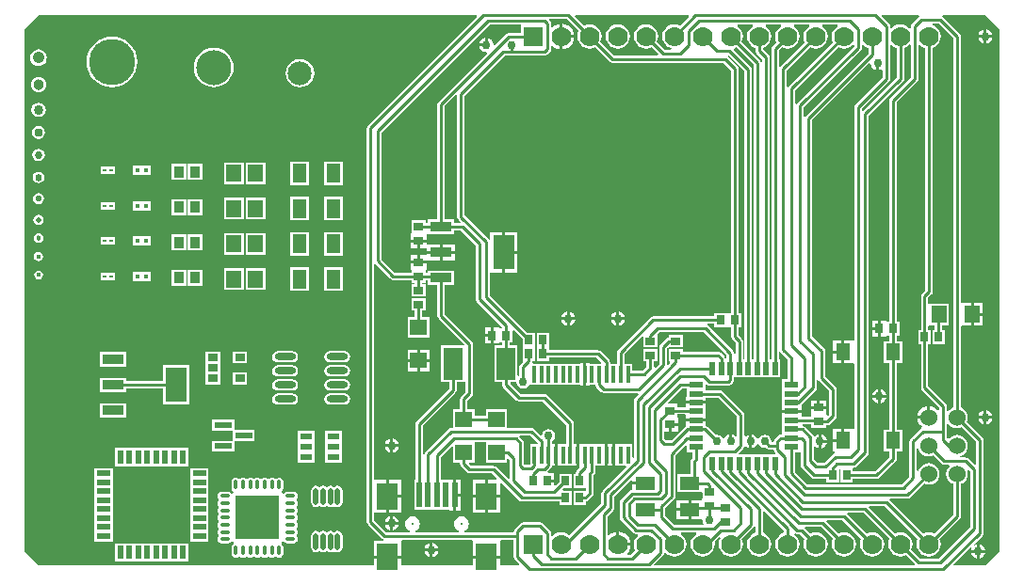
<source format=gtl>
G04 Layer_Physical_Order=1*
G04 Layer_Color=6684927*
%FSAX25Y25*%
%MOIN*%
G70*
G01*
G75*
%ADD10R,0.02756X0.03347*%
%ADD11R,0.03543X0.03150*%
%ADD12R,0.03150X0.03543*%
%ADD13R,0.07677X0.12402*%
%ADD14R,0.07677X0.03543*%
%ADD15R,0.05512X0.05906*%
%ADD16R,0.05906X0.05512*%
%ADD17R,0.03347X0.02756*%
%ADD18R,0.06600X0.11400*%
%ADD19R,0.07087X0.04724*%
%ADD20R,0.02200X0.05000*%
%ADD21R,0.05000X0.02200*%
%ADD22R,0.01378X0.05906*%
%ADD23R,0.05118X0.06102*%
%ADD24R,0.05118X0.06890*%
%ADD25R,0.05315X0.06102*%
%ADD26R,0.03543X0.04134*%
%ADD27R,0.01772X0.01772*%
%ADD28R,0.01378X0.00984*%
%ADD29R,0.03543X0.02559*%
%ADD30R,0.06299X0.02362*%
%ADD31R,0.04400X0.02400*%
%ADD32O,0.07480X0.02362*%
%ADD33O,0.01772X0.05906*%
%ADD34R,0.15472X0.15472*%
%ADD35O,0.01181X0.03543*%
%ADD36O,0.03543X0.01181*%
%ADD37R,0.02000X0.09000*%
%ADD38R,0.07800X0.09800*%
%ADD39C,0.01000*%
%ADD40C,0.06000*%
%ADD41R,0.07000X0.07000*%
%ADD42C,0.07000*%
%ADD43C,0.01000*%
%ADD44C,0.03000*%
%ADD45C,0.04230*%
%ADD46C,0.03400*%
%ADD47C,0.02740*%
%ADD48C,0.02210*%
%ADD49C,0.01790*%
%ADD50C,0.01460*%
%ADD51C,0.01969*%
%ADD52C,0.01620*%
%ADD53C,0.01990*%
%ADD54C,0.02460*%
%ADD55C,0.03050*%
%ADD56C,0.03790*%
%ADD57C,0.16350*%
%ADD58C,0.08470*%
%ADD59C,0.12400*%
G36*
X0278861Y0182803D02*
Y0180027D01*
X0278861D01*
Y0179973D01*
X0278861D01*
Y0175027D01*
X0278861Y0175027D01*
X0278861D01*
X0278706Y0174580D01*
X0278063Y0173937D01*
X0277775Y0173507D01*
X0277675Y0173000D01*
Y0169733D01*
X0277500Y0169618D01*
X0277000Y0169887D01*
Y0180500D01*
X0274225D01*
Y0181428D01*
X0275335D01*
Y0185676D01*
X0275797Y0185868D01*
X0278861Y0182803D01*
D02*
G37*
G36*
X0351632Y0283494D02*
X0357275Y0277851D01*
Y0175700D01*
X0356751D01*
Y0182075D01*
X0356650Y0182582D01*
X0356362Y0183012D01*
X0355286Y0184088D01*
Y0186928D01*
X0356335D01*
Y0192072D01*
X0355286D01*
Y0278539D01*
X0355185Y0279047D01*
X0354898Y0279477D01*
X0351437Y0282937D01*
X0351432Y0282941D01*
X0351433Y0283391D01*
X0351504Y0283494D01*
X0351632Y0283494D01*
D02*
G37*
G36*
X0360474Y0280151D02*
Y0175700D01*
X0359926D01*
Y0278400D01*
X0359825Y0278907D01*
X0359537Y0279337D01*
X0353526Y0285349D01*
X0353728Y0285854D01*
X0354466Y0286160D01*
X0360474Y0280151D01*
D02*
G37*
G36*
X0336800Y0164700D02*
Y0162400D01*
X0336600D01*
Y0160800D01*
X0343600D01*
Y0162074D01*
X0348051D01*
X0354675Y0155451D01*
Y0148577D01*
X0354174Y0148388D01*
X0353475Y0148855D01*
X0353000Y0148950D01*
Y0146500D01*
X0352000D01*
Y0148950D01*
X0351524Y0148855D01*
X0350698Y0148302D01*
X0350157Y0147494D01*
X0349862Y0147436D01*
X0349630Y0147451D01*
X0349158Y0148158D01*
X0348397Y0148667D01*
X0347500Y0148845D01*
X0347108Y0148767D01*
X0344162Y0151713D01*
X0343732Y0152000D01*
X0343600Y0152026D01*
Y0153425D01*
X0336600D01*
Y0151888D01*
X0336338Y0151713D01*
X0331451Y0146826D01*
X0329549D01*
X0328825Y0147549D01*
Y0149925D01*
X0330500D01*
Y0152500D01*
X0331000D01*
Y0153000D01*
X0333772D01*
Y0155075D01*
X0333572D01*
Y0156096D01*
X0336129D01*
X0336600Y0156025D01*
Y0154425D01*
X0343600D01*
Y0156025D01*
X0343400D01*
Y0158200D01*
X0343600D01*
Y0159800D01*
X0336600D01*
Y0158747D01*
X0333572D01*
Y0159796D01*
X0330324D01*
X0330133Y0160258D01*
X0335149Y0165275D01*
X0336800D01*
Y0164700D01*
D02*
G37*
G36*
X0419433Y0286933D02*
X0420331Y0286244D01*
X0421174Y0285895D01*
Y0200049D01*
X0420102Y0198977D01*
X0419815Y0198547D01*
X0419714Y0198039D01*
Y0185973D01*
X0418861D01*
Y0181027D01*
X0419714D01*
Y0165461D01*
X0419815Y0164953D01*
X0420102Y0164523D01*
X0426174Y0158451D01*
Y0157603D01*
X0425674Y0157434D01*
X0425353Y0157853D01*
X0424517Y0158494D01*
X0423544Y0158897D01*
X0423000Y0158969D01*
Y0155000D01*
X0422500D01*
Y0154500D01*
X0418531D01*
X0418603Y0153956D01*
X0419006Y0152983D01*
X0419647Y0152147D01*
X0420146Y0151765D01*
X0420021Y0151230D01*
X0419993Y0151225D01*
X0419563Y0150937D01*
X0416063Y0147437D01*
X0415775Y0147007D01*
X0415674Y0146500D01*
Y0134049D01*
X0412951Y0131325D01*
X0379549D01*
X0375225Y0135649D01*
Y0142576D01*
X0377174D01*
Y0138000D01*
X0377275Y0137493D01*
X0377563Y0137063D01*
X0381063Y0133563D01*
X0381493Y0133275D01*
X0382000Y0133175D01*
X0386361D01*
Y0132027D01*
X0390717D01*
Y0136506D01*
X0391000Y0136669D01*
X0391283Y0136506D01*
Y0132027D01*
X0395639D01*
Y0133175D01*
X0404000D01*
X0404507Y0133275D01*
X0404937Y0133563D01*
X0410795Y0139421D01*
X0411083Y0139851D01*
X0411184Y0140358D01*
Y0142999D01*
X0413217D01*
Y0150702D01*
X0411184D01*
Y0174298D01*
X0413217D01*
Y0182001D01*
X0411184D01*
Y0183928D01*
X0412335D01*
Y0189072D01*
X0411184D01*
Y0266809D01*
X0418437Y0274063D01*
X0418725Y0274493D01*
X0418825Y0275000D01*
Y0286947D01*
X0419299Y0287108D01*
X0419433Y0286933D01*
D02*
G37*
G36*
X0370063Y0178063D02*
X0372574Y0175551D01*
Y0168500D01*
X0370600D01*
Y0164700D01*
Y0161500D01*
Y0159200D01*
X0370400D01*
Y0157600D01*
X0377400D01*
Y0159200D01*
X0377400Y0159200D01*
X0377400D01*
X0377480Y0159667D01*
X0382437Y0164624D01*
X0382725Y0165054D01*
X0382825Y0165561D01*
Y0168335D01*
X0383006Y0168398D01*
X0383326Y0168418D01*
X0383563Y0168063D01*
X0387175Y0164451D01*
Y0156049D01*
X0386859Y0155734D01*
X0386280Y0155862D01*
X0386272Y0155886D01*
X0386272Y0155886D01*
X0386272Y0155886D01*
Y0157961D01*
X0380728D01*
Y0155886D01*
X0380928D01*
Y0155251D01*
X0377400D01*
Y0156600D01*
X0370400D01*
Y0155000D01*
X0370600D01*
Y0152025D01*
Y0149526D01*
Y0148951D01*
X0370126D01*
X0369619Y0148851D01*
X0369189Y0148563D01*
X0368063Y0147437D01*
X0367775Y0147007D01*
X0367674Y0146500D01*
Y0146326D01*
X0366988D01*
X0366845Y0146500D01*
X0366667Y0147397D01*
X0366158Y0148158D01*
X0365397Y0148667D01*
X0364500Y0148845D01*
X0363603Y0148667D01*
X0362842Y0148158D01*
X0362369Y0147451D01*
X0362138Y0147436D01*
X0361843Y0147494D01*
X0361302Y0148302D01*
X0360475Y0148855D01*
X0360000Y0148950D01*
Y0146500D01*
Y0144051D01*
X0360475Y0144145D01*
X0361302Y0144698D01*
X0361843Y0145506D01*
X0362138Y0145564D01*
X0362369Y0145549D01*
X0362842Y0144842D01*
X0363603Y0144333D01*
X0364500Y0144155D01*
X0364893Y0144233D01*
X0365063Y0144063D01*
X0365493Y0143775D01*
X0366000Y0143675D01*
X0367674D01*
Y0143500D01*
X0367775Y0142993D01*
X0368063Y0142563D01*
X0368264Y0142362D01*
X0368072Y0141900D01*
X0355482D01*
X0355275Y0142400D01*
X0356937Y0144063D01*
X0357225Y0144493D01*
X0357226Y0144503D01*
X0357446Y0144594D01*
X0357766Y0144652D01*
X0358524Y0144145D01*
X0359000Y0144051D01*
Y0146500D01*
Y0148950D01*
X0358524Y0148855D01*
X0357825Y0148388D01*
X0357326Y0148577D01*
Y0156000D01*
X0357225Y0156507D01*
X0356937Y0156937D01*
X0349537Y0164337D01*
X0349107Y0164625D01*
X0348600Y0164725D01*
X0343400D01*
Y0165300D01*
Y0166572D01*
X0343862Y0166764D01*
X0344063Y0166563D01*
X0344493Y0166275D01*
X0345000Y0166174D01*
X0351500D01*
X0352007Y0166275D01*
X0352437Y0166563D01*
X0353213Y0167338D01*
X0353500Y0167768D01*
X0353601Y0168276D01*
Y0169100D01*
X0370000D01*
Y0175700D01*
X0369426D01*
Y0178117D01*
X0369925Y0178268D01*
X0370063Y0178063D01*
D02*
G37*
G36*
X0431175Y0289451D02*
Y0158564D01*
X0430584Y0158319D01*
X0429790Y0157710D01*
X0429325Y0157105D01*
X0428826Y0157275D01*
Y0159000D01*
X0428725Y0159507D01*
X0428437Y0159937D01*
X0422365Y0166010D01*
Y0181027D01*
X0423217D01*
Y0185973D01*
X0422365D01*
Y0187319D01*
X0422539Y0187747D01*
X0422865Y0187747D01*
X0424635D01*
Y0185973D01*
X0423783D01*
Y0181027D01*
X0428139D01*
Y0185973D01*
X0427286D01*
Y0187747D01*
X0429650D01*
Y0195253D01*
X0422865D01*
X0422539Y0195253D01*
X0422365Y0195681D01*
Y0195681D01*
Y0197490D01*
X0423437Y0198563D01*
X0423725Y0198993D01*
X0423826Y0199500D01*
Y0285895D01*
X0424669Y0286244D01*
X0425567Y0286933D01*
X0426256Y0287831D01*
X0426689Y0288878D01*
X0426837Y0290000D01*
X0426689Y0291123D01*
X0426256Y0292169D01*
X0425567Y0293067D01*
X0424669Y0293756D01*
X0423623Y0294189D01*
X0423706Y0294674D01*
X0425951D01*
X0431175Y0289451D01*
D02*
G37*
G36*
X0416175Y0286947D02*
Y0275549D01*
X0408921Y0268296D01*
X0408634Y0267865D01*
X0408533Y0267358D01*
Y0189072D01*
X0407614D01*
Y0189272D01*
X0405539D01*
Y0186500D01*
Y0183728D01*
X0407614D01*
Y0183928D01*
X0408533D01*
Y0182001D01*
X0406499D01*
Y0174298D01*
X0408533D01*
Y0150702D01*
X0406499D01*
Y0142999D01*
X0408533D01*
Y0140907D01*
X0403451Y0135826D01*
X0395992D01*
X0395639Y0136179D01*
Y0136973D01*
X0396051Y0137185D01*
X0396507Y0137275D01*
X0396937Y0137563D01*
X0400937Y0141563D01*
X0401225Y0141993D01*
X0401326Y0142500D01*
Y0261951D01*
X0413437Y0274063D01*
X0413725Y0274493D01*
X0413826Y0275000D01*
Y0285895D01*
X0414669Y0286244D01*
X0415567Y0286933D01*
X0415701Y0287108D01*
X0416175Y0286947D01*
D02*
G37*
G36*
X0255675Y0269093D02*
Y0226000D01*
X0255775Y0225493D01*
X0256063Y0225063D01*
X0256838Y0224287D01*
X0256647Y0223826D01*
X0254517D01*
Y0225127D01*
X0251325D01*
Y0265451D01*
X0255174Y0269300D01*
X0255675Y0269093D01*
D02*
G37*
G36*
X0370225Y0293674D02*
X0369433Y0293067D01*
X0368744Y0292169D01*
X0368311Y0291123D01*
X0368163Y0290000D01*
X0368311Y0288878D01*
X0368660Y0288034D01*
X0367163Y0286537D01*
X0366875Y0286107D01*
X0366775Y0285600D01*
Y0175700D01*
X0366226D01*
Y0282600D01*
X0366125Y0283107D01*
X0365837Y0283537D01*
X0363942Y0285433D01*
X0364012Y0285972D01*
X0364669Y0286244D01*
X0365567Y0286933D01*
X0366256Y0287831D01*
X0366689Y0288878D01*
X0366837Y0290000D01*
X0366689Y0291123D01*
X0366256Y0292169D01*
X0365567Y0293067D01*
X0364775Y0293674D01*
X0364892Y0294175D01*
X0370109D01*
X0370225Y0293674D01*
D02*
G37*
G36*
X0350950Y0177175D02*
Y0175877D01*
X0350451Y0175874D01*
X0350351Y0176381D01*
X0350063Y0176811D01*
X0348898Y0177977D01*
X0348468Y0178264D01*
X0347961Y0178365D01*
X0335473D01*
Y0179217D01*
X0330527D01*
Y0174861D01*
X0330834D01*
X0331025Y0174399D01*
X0330326Y0173700D01*
X0329825Y0173907D01*
Y0179451D01*
X0330044Y0179670D01*
X0330527Y0179783D01*
Y0179783D01*
X0330527Y0179783D01*
X0335473D01*
Y0184139D01*
X0330527D01*
Y0183286D01*
X0330461D01*
X0329953Y0183185D01*
X0329523Y0182898D01*
X0327563Y0180937D01*
X0327275Y0180507D01*
X0327174Y0180000D01*
Y0174049D01*
X0325826Y0172700D01*
X0325325Y0172907D01*
Y0174861D01*
X0326473D01*
Y0179217D01*
X0321527D01*
Y0174861D01*
X0322674D01*
Y0173049D01*
X0321223Y0171597D01*
X0317623D01*
Y0174024D01*
X0314900D01*
Y0177526D01*
X0321027Y0183652D01*
X0321527Y0183445D01*
Y0179783D01*
X0326473D01*
Y0184139D01*
X0326473Y0184139D01*
X0326473D01*
X0326493Y0184618D01*
X0327049Y0185175D01*
X0342951D01*
X0350950Y0177175D01*
D02*
G37*
G36*
X0346665Y0186928D02*
X0351414D01*
Y0186928D01*
X0351586D01*
Y0186928D01*
X0352635D01*
Y0183539D01*
X0352736Y0183032D01*
X0353023Y0182602D01*
X0354100Y0181526D01*
Y0177728D01*
X0353601Y0177724D01*
X0353500Y0178232D01*
X0353213Y0178662D01*
X0344437Y0187437D01*
X0344082Y0187674D01*
X0344102Y0187994D01*
X0344165Y0188174D01*
X0346665D01*
Y0186928D01*
D02*
G37*
G36*
X0317583Y0132555D02*
Y0132224D01*
X0322126D01*
Y0131224D01*
X0317583D01*
Y0129325D01*
X0317500D01*
X0316993Y0129225D01*
X0316563Y0128937D01*
X0313563Y0125937D01*
X0313275Y0125507D01*
X0313175Y0125000D01*
Y0119500D01*
X0313275Y0118993D01*
X0313563Y0118563D01*
X0318063Y0114063D01*
X0318493Y0113775D01*
X0319000Y0113674D01*
X0319447D01*
X0319608Y0113201D01*
X0319433Y0113067D01*
X0318744Y0112169D01*
X0318311Y0111123D01*
X0318163Y0110000D01*
X0318311Y0108878D01*
X0318660Y0108034D01*
X0316951Y0106325D01*
X0315867D01*
X0315781Y0106578D01*
X0315736Y0106825D01*
X0316431Y0107731D01*
X0316884Y0108825D01*
X0316973Y0109500D01*
X0312500D01*
Y0110000D01*
X0312000D01*
Y0114473D01*
X0311325Y0114384D01*
X0310231Y0113931D01*
X0309326Y0113236D01*
X0309078Y0113282D01*
X0308825Y0113367D01*
Y0119951D01*
X0310937Y0122063D01*
X0311225Y0122493D01*
X0311326Y0123000D01*
Y0126951D01*
X0317121Y0132746D01*
X0317583Y0132555D01*
D02*
G37*
G36*
X0447500Y0292500D02*
Y0107500D01*
X0442500Y0102500D01*
X0431528D01*
X0431336Y0102962D01*
X0437434Y0109059D01*
X0437822Y0108741D01*
X0437645Y0108475D01*
X0437550Y0108000D01*
X0439500D01*
Y0109950D01*
X0439024Y0109855D01*
X0438759Y0109678D01*
X0438441Y0110066D01*
X0441437Y0113063D01*
X0441725Y0113493D01*
X0441825Y0114000D01*
Y0147000D01*
X0441725Y0147507D01*
X0441437Y0147937D01*
X0435957Y0153417D01*
X0436202Y0154008D01*
X0436333Y0155000D01*
X0436202Y0155992D01*
X0435819Y0156916D01*
X0435210Y0157710D01*
X0434416Y0158319D01*
X0433825Y0158564D01*
Y0187181D01*
X0434150Y0187547D01*
X0434326Y0187547D01*
X0437405D01*
Y0191500D01*
Y0195453D01*
X0434326D01*
X0434150Y0195453D01*
X0433825Y0195818D01*
X0433825Y0195818D01*
Y0290000D01*
X0433725Y0290507D01*
X0433437Y0290937D01*
X0427437Y0296937D01*
X0427343Y0297000D01*
X0427495Y0297500D01*
X0442500D01*
X0447500Y0292500D01*
D02*
G37*
G36*
X0336800Y0144772D02*
Y0142576D01*
X0338774D01*
Y0140649D01*
X0338437Y0140311D01*
X0338149Y0139881D01*
X0338049Y0139374D01*
Y0134887D01*
X0333531D01*
Y0128562D01*
X0342217D01*
X0342428Y0128150D01*
Y0126114D01*
X0342228D01*
Y0125638D01*
X0338374D01*
Y0122276D01*
Y0118913D01*
X0342023D01*
X0342451Y0118500D01*
X0342464Y0118433D01*
X0342645Y0117525D01*
X0342817Y0117266D01*
X0342582Y0116825D01*
X0332549D01*
X0329326Y0120049D01*
Y0122276D01*
Y0122951D01*
X0332437Y0126063D01*
X0332725Y0126493D01*
X0332825Y0127000D01*
Y0141451D01*
X0336338Y0144964D01*
X0336800Y0144772D01*
D02*
G37*
G36*
X0262664Y0297038D02*
X0224063Y0258437D01*
X0223775Y0258007D01*
X0223675Y0257500D01*
Y0118000D01*
X0223775Y0117493D01*
X0224063Y0117063D01*
X0229063Y0112063D01*
X0229416Y0111827D01*
X0229391Y0111492D01*
X0229332Y0111327D01*
X0226080D01*
Y0105927D01*
X0235880D01*
Y0111327D01*
X0236236Y0111674D01*
X0260764D01*
X0261120Y0111327D01*
Y0105927D01*
X0270920D01*
Y0111327D01*
X0271276Y0111674D01*
X0275675D01*
Y0105500D01*
X0275775Y0104993D01*
X0276063Y0104563D01*
X0277664Y0102962D01*
X0277472Y0102500D01*
X0271274D01*
X0270920Y0102854D01*
Y0104927D01*
X0261120D01*
Y0102500D01*
X0236234D01*
X0235880Y0102854D01*
Y0104927D01*
X0226080D01*
Y0102500D01*
X0107500D01*
X0102500Y0107500D01*
Y0292500D01*
X0107500Y0297500D01*
X0262472D01*
X0262664Y0297038D01*
D02*
G37*
G36*
X0371175Y0114951D02*
Y0114105D01*
X0370331Y0113756D01*
X0369433Y0113067D01*
X0368744Y0112169D01*
X0368311Y0111123D01*
X0368163Y0110000D01*
X0368311Y0108878D01*
X0368744Y0107831D01*
X0369433Y0106933D01*
X0370331Y0106244D01*
X0371377Y0105811D01*
X0372500Y0105663D01*
X0373622Y0105811D01*
X0374669Y0106244D01*
X0375567Y0106933D01*
X0376256Y0107831D01*
X0376689Y0108878D01*
X0376837Y0110000D01*
X0376689Y0111123D01*
X0376256Y0112169D01*
X0375567Y0113067D01*
X0374984Y0113514D01*
X0375275Y0113921D01*
X0375493Y0113775D01*
X0376000Y0113674D01*
X0376951D01*
X0378660Y0111966D01*
X0378311Y0111123D01*
X0378163Y0110000D01*
X0378311Y0108878D01*
X0378744Y0107831D01*
X0379433Y0106933D01*
X0380331Y0106244D01*
X0381378Y0105811D01*
X0382500Y0105663D01*
X0383623Y0105811D01*
X0384669Y0106244D01*
X0385567Y0106933D01*
X0386256Y0107831D01*
X0386689Y0108878D01*
X0386837Y0110000D01*
X0386689Y0111123D01*
X0386256Y0112169D01*
X0385567Y0113067D01*
X0384669Y0113756D01*
X0383623Y0114189D01*
X0382500Y0114337D01*
X0381378Y0114189D01*
X0380534Y0113840D01*
X0378700Y0115674D01*
X0378907Y0116174D01*
X0384451D01*
X0388660Y0111966D01*
X0388311Y0111123D01*
X0388163Y0110000D01*
X0388311Y0108878D01*
X0388744Y0107831D01*
X0389433Y0106933D01*
X0390331Y0106244D01*
X0391377Y0105811D01*
X0392500Y0105663D01*
X0393622Y0105811D01*
X0394669Y0106244D01*
X0395567Y0106933D01*
X0396256Y0107831D01*
X0396689Y0108878D01*
X0396837Y0110000D01*
X0396689Y0111123D01*
X0396256Y0112169D01*
X0395567Y0113067D01*
X0394669Y0113756D01*
X0393622Y0114189D01*
X0392500Y0114337D01*
X0391377Y0114189D01*
X0390534Y0113840D01*
X0386200Y0118175D01*
X0386407Y0118675D01*
X0391951D01*
X0398660Y0111966D01*
X0398311Y0111123D01*
X0398163Y0110000D01*
X0398311Y0108878D01*
X0398744Y0107831D01*
X0399433Y0106933D01*
X0400331Y0106244D01*
X0401377Y0105811D01*
X0402500Y0105663D01*
X0403622Y0105811D01*
X0404669Y0106244D01*
X0405567Y0106933D01*
X0406256Y0107831D01*
X0406689Y0108878D01*
X0406837Y0110000D01*
X0406689Y0111123D01*
X0406256Y0112169D01*
X0405567Y0113067D01*
X0404669Y0113756D01*
X0403622Y0114189D01*
X0402500Y0114337D01*
X0401377Y0114189D01*
X0400534Y0113840D01*
X0393700Y0120675D01*
X0393907Y0121175D01*
X0399451D01*
X0408660Y0111966D01*
X0408311Y0111123D01*
X0408163Y0110000D01*
X0408311Y0108878D01*
X0408744Y0107831D01*
X0409433Y0106933D01*
X0410331Y0106244D01*
X0411377Y0105811D01*
X0412500Y0105663D01*
X0413623Y0105811D01*
X0414466Y0106160D01*
X0417600Y0103025D01*
X0417393Y0102525D01*
X0325553D01*
X0325362Y0102987D01*
X0328437Y0106063D01*
X0328725Y0106493D01*
X0328810Y0106924D01*
X0329262Y0107148D01*
X0329267Y0107150D01*
X0329433Y0106933D01*
X0330331Y0106244D01*
X0331378Y0105811D01*
X0332500Y0105663D01*
X0333623Y0105811D01*
X0334669Y0106244D01*
X0335567Y0106933D01*
X0336256Y0107831D01*
X0336689Y0108878D01*
X0336837Y0110000D01*
X0336689Y0111123D01*
X0336256Y0112169D01*
X0335567Y0113067D01*
X0334775Y0113674D01*
X0334892Y0114174D01*
X0340108D01*
X0340225Y0113674D01*
X0339433Y0113067D01*
X0338744Y0112169D01*
X0338311Y0111123D01*
X0338163Y0110000D01*
X0338311Y0108878D01*
X0338744Y0107831D01*
X0339433Y0106933D01*
X0340331Y0106244D01*
X0341377Y0105811D01*
X0342500Y0105663D01*
X0343622Y0105811D01*
X0344669Y0106244D01*
X0345567Y0106933D01*
X0346256Y0107831D01*
X0346689Y0108878D01*
X0346837Y0110000D01*
X0346725Y0110851D01*
X0348347Y0112473D01*
X0348744Y0112169D01*
X0348311Y0111123D01*
X0348163Y0110000D01*
X0348311Y0108878D01*
X0348744Y0107831D01*
X0349433Y0106933D01*
X0350331Y0106244D01*
X0351378Y0105811D01*
X0352500Y0105663D01*
X0353623Y0105811D01*
X0354669Y0106244D01*
X0355567Y0106933D01*
X0356256Y0107831D01*
X0356689Y0108878D01*
X0356837Y0110000D01*
X0356689Y0111123D01*
X0356340Y0111966D01*
X0360437Y0116063D01*
X0360675Y0116418D01*
X0360994Y0116398D01*
X0361175Y0116335D01*
Y0114105D01*
X0360331Y0113756D01*
X0359433Y0113067D01*
X0358744Y0112169D01*
X0358311Y0111123D01*
X0358163Y0110000D01*
X0358311Y0108878D01*
X0358744Y0107831D01*
X0359433Y0106933D01*
X0360331Y0106244D01*
X0361378Y0105811D01*
X0362500Y0105663D01*
X0363622Y0105811D01*
X0364669Y0106244D01*
X0365567Y0106933D01*
X0366256Y0107831D01*
X0366689Y0108878D01*
X0366837Y0110000D01*
X0366689Y0111123D01*
X0366256Y0112169D01*
X0365567Y0113067D01*
X0364669Y0113756D01*
X0363825Y0114105D01*
Y0121647D01*
X0364287Y0121838D01*
X0371175Y0114951D01*
D02*
G37*
G36*
X0437175Y0135951D02*
Y0116049D01*
X0425951Y0104825D01*
X0419549D01*
X0416340Y0108034D01*
X0416689Y0108878D01*
X0416837Y0110000D01*
X0416689Y0111123D01*
X0416256Y0112169D01*
X0415567Y0113067D01*
X0414669Y0113756D01*
X0413623Y0114189D01*
X0412500Y0114337D01*
X0411377Y0114189D01*
X0410534Y0113840D01*
X0401200Y0123175D01*
X0401407Y0123674D01*
X0406951D01*
X0418660Y0111966D01*
X0418311Y0111123D01*
X0418163Y0110000D01*
X0418311Y0108878D01*
X0418744Y0107831D01*
X0419433Y0106933D01*
X0420331Y0106244D01*
X0421378Y0105811D01*
X0422500Y0105663D01*
X0423623Y0105811D01*
X0424669Y0106244D01*
X0425567Y0106933D01*
X0426256Y0107831D01*
X0426689Y0108878D01*
X0426837Y0110000D01*
X0426689Y0111123D01*
X0426340Y0111966D01*
X0433437Y0119063D01*
X0433725Y0119493D01*
X0433825Y0120000D01*
Y0131436D01*
X0434416Y0131681D01*
X0435210Y0132290D01*
X0435819Y0133084D01*
X0436202Y0134008D01*
X0436333Y0135000D01*
X0436202Y0135992D01*
X0436044Y0136375D01*
X0436468Y0136658D01*
X0437175Y0135951D01*
D02*
G37*
G36*
X0284100Y0146026D02*
Y0145481D01*
X0281377D01*
Y0138326D01*
X0279549D01*
X0279326Y0138549D01*
Y0146000D01*
X0279225Y0146507D01*
X0278937Y0146937D01*
X0277700Y0148175D01*
X0277907Y0148674D01*
X0281451D01*
X0284100Y0146026D01*
D02*
G37*
G36*
X0258200Y0167500D02*
Y0167500D01*
X0258675Y0167438D01*
Y0164049D01*
X0257063Y0162437D01*
X0256775Y0162007D01*
X0256675Y0161500D01*
Y0157961D01*
X0254247D01*
Y0151326D01*
X0253500D01*
X0252993Y0151225D01*
X0252563Y0150937D01*
X0244413Y0142787D01*
X0244125Y0142357D01*
X0244024Y0141850D01*
X0243527Y0141855D01*
Y0152152D01*
X0255037Y0163663D01*
X0255325Y0164093D01*
X0255426Y0164600D01*
Y0167500D01*
X0258200D01*
X0258200Y0167500D01*
D02*
G37*
G36*
X0401973Y0280391D02*
X0402145Y0279524D01*
X0402698Y0278698D01*
X0403524Y0278145D01*
X0404000Y0278050D01*
Y0280500D01*
X0405000D01*
Y0278050D01*
X0405476Y0278145D01*
X0405734Y0278317D01*
X0406175Y0278082D01*
Y0275549D01*
X0396563Y0265937D01*
X0396275Y0265507D01*
X0396175Y0265000D01*
Y0182264D01*
X0395701Y0182201D01*
X0395674Y0182201D01*
X0392642D01*
Y0178150D01*
Y0174098D01*
X0395674D01*
X0395701Y0174098D01*
X0396175Y0174035D01*
Y0150965D01*
X0395701Y0150902D01*
X0395701Y0150902D01*
X0395701Y0150902D01*
X0392642D01*
Y0146850D01*
X0392142D01*
Y0146350D01*
X0388583D01*
Y0142799D01*
X0389319D01*
X0389368Y0142299D01*
X0388993Y0142225D01*
X0388563Y0141937D01*
X0385451Y0138826D01*
X0383049D01*
X0381825Y0140049D01*
Y0144423D01*
X0382326Y0144612D01*
X0383025Y0144145D01*
X0383500Y0144051D01*
Y0146500D01*
Y0148950D01*
X0383025Y0148855D01*
X0382266Y0148348D01*
X0381946Y0148406D01*
X0381727Y0148497D01*
X0381725Y0148507D01*
X0381437Y0148937D01*
X0378662Y0151713D01*
X0378232Y0152000D01*
X0377724Y0152101D01*
X0377728Y0152600D01*
X0380928D01*
Y0151165D01*
X0386072D01*
Y0152214D01*
X0386539D01*
X0387047Y0152315D01*
X0387477Y0152602D01*
X0389437Y0154563D01*
X0389725Y0154993D01*
X0389826Y0155500D01*
Y0165000D01*
X0389725Y0165507D01*
X0389437Y0165937D01*
X0385825Y0169549D01*
Y0178500D01*
X0385725Y0179007D01*
X0385437Y0179437D01*
X0381326Y0183549D01*
Y0260451D01*
X0401506Y0280632D01*
X0401973Y0280391D01*
D02*
G37*
G36*
X0419181Y0143084D02*
X0419790Y0142290D01*
X0420584Y0141681D01*
X0421508Y0141298D01*
X0422500Y0141167D01*
X0423492Y0141298D01*
X0424083Y0141543D01*
X0427063Y0138563D01*
X0427493Y0138275D01*
X0428000Y0138174D01*
X0429632D01*
X0429715Y0137929D01*
X0429762Y0137674D01*
X0429181Y0136916D01*
X0428798Y0135992D01*
X0428667Y0135000D01*
X0428798Y0134008D01*
X0429181Y0133084D01*
X0429790Y0132290D01*
X0430584Y0131681D01*
X0431175Y0131436D01*
Y0120549D01*
X0424466Y0113840D01*
X0423623Y0114189D01*
X0422500Y0114337D01*
X0421378Y0114189D01*
X0420534Y0113840D01*
X0408700Y0125674D01*
X0408907Y0126174D01*
X0415000D01*
X0415507Y0126275D01*
X0415937Y0126563D01*
X0420917Y0131543D01*
X0421508Y0131298D01*
X0422500Y0131167D01*
X0423492Y0131298D01*
X0424416Y0131681D01*
X0425210Y0132290D01*
X0425819Y0133084D01*
X0426202Y0134008D01*
X0426333Y0135000D01*
X0426202Y0135992D01*
X0425819Y0136916D01*
X0425210Y0137710D01*
X0424416Y0138319D01*
X0423492Y0138702D01*
X0422500Y0138833D01*
X0421508Y0138702D01*
X0420584Y0138319D01*
X0419790Y0137710D01*
X0419181Y0136916D01*
X0418798Y0135992D01*
X0418326Y0136098D01*
Y0143902D01*
X0418798Y0144008D01*
X0419181Y0143084D01*
D02*
G37*
G36*
X0265747Y0146150D02*
Y0139039D01*
X0273253D01*
Y0140219D01*
X0273715Y0140411D01*
X0274174Y0139951D01*
Y0133353D01*
X0273713Y0133162D01*
X0269437Y0137437D01*
X0269007Y0137725D01*
X0268500Y0137826D01*
X0260549D01*
X0259798Y0138577D01*
X0259989Y0139039D01*
X0261753D01*
Y0146150D01*
X0262243Y0146175D01*
X0265257D01*
X0265747Y0146150D01*
D02*
G37*
G36*
X0429790Y0152290D02*
X0430584Y0151681D01*
X0431508Y0151298D01*
X0432500Y0151167D01*
X0433492Y0151298D01*
X0434083Y0151543D01*
X0439175Y0146451D01*
Y0138353D01*
X0438713Y0138162D01*
X0436437Y0140437D01*
X0436007Y0140725D01*
X0435500Y0140825D01*
X0433598D01*
X0433492Y0141298D01*
X0434416Y0141681D01*
X0435210Y0142290D01*
X0435819Y0143084D01*
X0436202Y0144008D01*
X0436333Y0145000D01*
X0436202Y0145992D01*
X0435819Y0146916D01*
X0435210Y0147710D01*
X0434416Y0148319D01*
X0433492Y0148702D01*
X0432500Y0148833D01*
X0431508Y0148702D01*
X0430584Y0148319D01*
X0429790Y0147710D01*
X0429665Y0147548D01*
X0429089Y0147504D01*
X0428826Y0147754D01*
Y0152725D01*
X0429325Y0152895D01*
X0429790Y0152290D01*
D02*
G37*
G36*
X0360225Y0293674D02*
X0359433Y0293067D01*
X0358744Y0292169D01*
X0358311Y0291123D01*
X0358163Y0290000D01*
X0358311Y0288878D01*
X0358744Y0287831D01*
X0359433Y0286933D01*
X0360331Y0286244D01*
X0361175Y0285895D01*
Y0285000D01*
X0361275Y0284493D01*
X0361563Y0284063D01*
X0363575Y0282051D01*
Y0281005D01*
X0363074Y0280956D01*
X0363025Y0281207D01*
X0362737Y0281637D01*
X0356340Y0288034D01*
X0356689Y0288878D01*
X0356837Y0290000D01*
X0356689Y0291123D01*
X0356256Y0292169D01*
X0355567Y0293067D01*
X0354775Y0293674D01*
X0354891Y0294175D01*
X0360108D01*
X0360225Y0293674D01*
D02*
G37*
G36*
X0419157Y0297000D02*
X0419063Y0296937D01*
X0416563Y0294437D01*
X0416275Y0294007D01*
X0416175Y0293500D01*
Y0293053D01*
X0415701Y0292892D01*
X0415567Y0293067D01*
X0414669Y0293756D01*
X0413623Y0294189D01*
X0412500Y0294337D01*
X0411377Y0294189D01*
X0410331Y0293756D01*
X0409433Y0293067D01*
X0409299Y0292892D01*
X0408825Y0293053D01*
Y0293500D01*
X0408725Y0294007D01*
X0408437Y0294437D01*
X0405836Y0297038D01*
X0406028Y0297500D01*
X0419005D01*
X0419157Y0297000D01*
D02*
G37*
G36*
X0399433Y0286933D02*
X0400331Y0286244D01*
X0401174Y0285895D01*
Y0284049D01*
X0379063Y0261937D01*
X0378825Y0261582D01*
X0378506Y0261602D01*
X0378326Y0261665D01*
Y0264951D01*
X0398437Y0285063D01*
X0398725Y0285493D01*
X0398826Y0286000D01*
Y0286947D01*
X0399299Y0287108D01*
X0399433Y0286933D01*
D02*
G37*
G36*
X0409433D02*
X0410331Y0286244D01*
X0411174Y0285895D01*
Y0275549D01*
X0399325Y0263700D01*
X0398826Y0263907D01*
Y0264451D01*
X0408437Y0274063D01*
X0408725Y0274493D01*
X0408825Y0275000D01*
Y0286947D01*
X0409299Y0287108D01*
X0409433Y0286933D01*
D02*
G37*
G36*
X0380225Y0293674D02*
X0379433Y0293067D01*
X0378744Y0292169D01*
X0378311Y0291123D01*
X0378163Y0290000D01*
X0378311Y0288878D01*
X0378660Y0288034D01*
X0370063Y0279437D01*
X0369925Y0279232D01*
X0369426Y0279383D01*
Y0285051D01*
X0370534Y0286160D01*
X0371377Y0285811D01*
X0372500Y0285663D01*
X0373622Y0285811D01*
X0374669Y0286244D01*
X0375567Y0286933D01*
X0376256Y0287831D01*
X0376689Y0288878D01*
X0376837Y0290000D01*
X0376689Y0291123D01*
X0376256Y0292169D01*
X0375567Y0293067D01*
X0374775Y0293674D01*
X0374891Y0294175D01*
X0380108D01*
X0380225Y0293674D01*
D02*
G37*
G36*
X0298660Y0291966D02*
X0298311Y0291123D01*
X0298163Y0290000D01*
X0298311Y0288878D01*
X0298744Y0287831D01*
X0299433Y0286933D01*
X0300331Y0286244D01*
X0301378Y0285811D01*
X0302500Y0285663D01*
X0303623Y0285811D01*
X0304466Y0286160D01*
X0309563Y0281063D01*
X0309993Y0280775D01*
X0310500Y0280675D01*
X0349951D01*
X0352635Y0277990D01*
Y0192072D01*
X0351586D01*
Y0192072D01*
X0351414D01*
Y0192072D01*
X0346665D01*
Y0190825D01*
X0325000D01*
X0324493Y0190725D01*
X0324063Y0190437D01*
X0312638Y0179012D01*
X0312350Y0178582D01*
X0312249Y0178075D01*
Y0174024D01*
X0309782D01*
Y0174543D01*
X0309681Y0175050D01*
X0309394Y0175481D01*
X0306437Y0178437D01*
X0306007Y0178725D01*
X0305500Y0178825D01*
X0288139D01*
Y0179973D01*
X0288139D01*
Y0180027D01*
X0288139D01*
Y0184973D01*
X0283783D01*
Y0180027D01*
X0283783D01*
Y0179973D01*
X0283783D01*
Y0175027D01*
X0288139D01*
Y0176174D01*
X0304951D01*
X0306639Y0174486D01*
X0306448Y0174024D01*
X0302468D01*
Y0174224D01*
X0301279D01*
Y0170272D01*
Y0166319D01*
X0302468D01*
Y0166519D01*
X0304589D01*
X0304673Y0166095D01*
X0304960Y0165665D01*
X0306563Y0164063D01*
X0306993Y0163775D01*
X0307500Y0163674D01*
X0319593D01*
X0319800Y0163174D01*
X0318563Y0161937D01*
X0318275Y0161507D01*
X0318175Y0161000D01*
Y0140578D01*
X0318123Y0140543D01*
X0317623Y0140810D01*
Y0145481D01*
X0312705D01*
Y0145681D01*
X0311516D01*
Y0141728D01*
Y0137776D01*
X0312705D01*
Y0137976D01*
X0315334D01*
X0315525Y0137514D01*
X0307063Y0129051D01*
X0306775Y0128621D01*
X0306675Y0128114D01*
Y0124549D01*
X0295355Y0113229D01*
X0294669Y0113756D01*
X0293622Y0114189D01*
X0292500Y0114337D01*
X0291377Y0114189D01*
X0290331Y0113756D01*
X0289433Y0113067D01*
X0289299Y0112892D01*
X0288825Y0113052D01*
Y0114000D01*
X0288725Y0114507D01*
X0288437Y0114937D01*
X0285937Y0117437D01*
X0285507Y0117725D01*
X0285000Y0117825D01*
X0279000D01*
X0278493Y0117725D01*
X0278063Y0117437D01*
X0276063Y0115437D01*
X0275775Y0115007D01*
X0275675Y0114500D01*
Y0114325D01*
X0258208D01*
X0258108Y0114825D01*
X0258468Y0114974D01*
X0259009Y0115390D01*
X0259424Y0115931D01*
X0259686Y0116561D01*
X0259775Y0117238D01*
X0259686Y0117914D01*
X0259424Y0118545D01*
X0259009Y0119086D01*
X0258468Y0119501D01*
X0257838Y0119763D01*
X0257161Y0119852D01*
X0256485Y0119763D01*
X0255854Y0119501D01*
X0255313Y0119086D01*
X0254897Y0118545D01*
X0254636Y0117914D01*
X0254547Y0117238D01*
X0254636Y0116561D01*
X0254897Y0115931D01*
X0255313Y0115390D01*
X0255854Y0114974D01*
X0256214Y0114825D01*
X0256114Y0114325D01*
X0240886D01*
X0240786Y0114825D01*
X0241146Y0114974D01*
X0241687Y0115390D01*
X0242103Y0115931D01*
X0242364Y0116561D01*
X0242453Y0117238D01*
X0242364Y0117914D01*
X0242103Y0118545D01*
X0241687Y0119086D01*
X0241146Y0119501D01*
X0240515Y0119763D01*
X0239839Y0119852D01*
X0239162Y0119763D01*
X0238532Y0119501D01*
X0237991Y0119086D01*
X0237576Y0118545D01*
X0237314Y0117914D01*
X0237225Y0117238D01*
X0237314Y0116561D01*
X0237576Y0115931D01*
X0237991Y0115390D01*
X0238532Y0114974D01*
X0238892Y0114825D01*
X0238792Y0114325D01*
X0230549D01*
X0226325Y0118549D01*
Y0121181D01*
X0230480D01*
Y0127081D01*
Y0132981D01*
X0226325D01*
Y0209093D01*
X0226825Y0209300D01*
X0232023Y0204102D01*
X0232453Y0203815D01*
X0232961Y0203714D01*
X0239428D01*
Y0202665D01*
X0240674D01*
Y0202139D01*
X0239527D01*
Y0197783D01*
X0244473D01*
Y0202139D01*
X0243325D01*
Y0202665D01*
X0244572D01*
Y0203619D01*
X0245239D01*
Y0201873D01*
X0248675D01*
Y0191000D01*
X0248775Y0190493D01*
X0249063Y0190063D01*
X0258125Y0181000D01*
X0257918Y0180500D01*
X0250000D01*
Y0167500D01*
X0252775D01*
Y0165149D01*
X0241264Y0153638D01*
X0240976Y0153208D01*
X0240876Y0152701D01*
Y0132873D01*
X0240401D01*
Y0122273D01*
X0252799D01*
Y0122073D01*
X0254299D01*
Y0127573D01*
Y0133073D01*
X0252799D01*
Y0132873D01*
X0249826D01*
Y0140951D01*
X0253785Y0144911D01*
X0254247Y0144720D01*
Y0139039D01*
X0256675D01*
Y0138500D01*
X0256775Y0137993D01*
X0257063Y0137563D01*
X0259063Y0135563D01*
X0259493Y0135275D01*
X0260000Y0135175D01*
X0267951D01*
X0269683Y0133443D01*
X0269491Y0132981D01*
X0266520D01*
Y0127581D01*
X0270920D01*
Y0131552D01*
X0271382Y0131744D01*
X0277563Y0125563D01*
X0277993Y0125275D01*
X0278500Y0125174D01*
X0291861D01*
Y0124027D01*
X0296217D01*
Y0128973D01*
X0293040D01*
X0292849Y0129435D01*
X0293441Y0130027D01*
X0296217D01*
Y0134973D01*
X0291861D01*
Y0132197D01*
X0290497Y0130833D01*
X0290035Y0131024D01*
Y0132000D01*
X0287461D01*
Y0133000D01*
X0290035D01*
Y0135272D01*
X0287853D01*
X0287646Y0135772D01*
X0288921Y0137047D01*
X0289209Y0137477D01*
X0289268Y0137776D01*
X0290043D01*
Y0141728D01*
Y0145681D01*
X0289310D01*
Y0146619D01*
X0289643Y0146842D01*
X0290151Y0147603D01*
X0290329Y0148500D01*
X0290151Y0149397D01*
X0289643Y0150158D01*
X0288882Y0150667D01*
X0287984Y0150845D01*
X0287087Y0150667D01*
X0286326Y0150158D01*
X0285818Y0149397D01*
X0285713Y0148869D01*
X0285170Y0148704D01*
X0282937Y0150937D01*
X0282507Y0151225D01*
X0282000Y0151326D01*
X0273253D01*
Y0157961D01*
X0265747D01*
Y0155731D01*
X0261753D01*
Y0157961D01*
X0259326D01*
Y0160951D01*
X0260937Y0162563D01*
X0261225Y0162993D01*
X0261326Y0163500D01*
Y0181000D01*
X0261225Y0181507D01*
X0260937Y0181937D01*
X0251325Y0191549D01*
Y0201873D01*
X0254517D01*
Y0207016D01*
X0245239D01*
Y0206270D01*
X0244572D01*
Y0207386D01*
X0244772D01*
Y0209461D01*
X0239228D01*
Y0207386D01*
X0239428D01*
Y0206365D01*
X0233510D01*
X0228825Y0211049D01*
Y0255951D01*
X0267049Y0294175D01*
X0278200D01*
Y0291325D01*
X0274000D01*
X0273493Y0291225D01*
X0273063Y0290937D01*
X0268994Y0286868D01*
X0268527Y0287109D01*
X0268355Y0287976D01*
X0267802Y0288802D01*
X0266975Y0289355D01*
X0266500Y0289450D01*
Y0287000D01*
X0266000D01*
Y0286500D01*
X0263550D01*
X0263645Y0286024D01*
X0264198Y0285198D01*
X0265024Y0284645D01*
X0265891Y0284473D01*
X0266132Y0284006D01*
X0249063Y0266937D01*
X0248775Y0266507D01*
X0248675Y0266000D01*
Y0225127D01*
X0245239D01*
Y0223881D01*
X0244572D01*
Y0224835D01*
X0239428D01*
Y0220114D01*
X0239228D01*
Y0218039D01*
X0244772D01*
Y0219905D01*
X0245239Y0219984D01*
X0245239Y0219983D01*
X0245239Y0219984D01*
X0254517D01*
Y0221175D01*
X0256905D01*
X0262175Y0215905D01*
Y0197000D01*
X0262275Y0196493D01*
X0262563Y0196063D01*
X0271554Y0187072D01*
X0271439Y0186572D01*
X0270614D01*
Y0186772D01*
X0268539D01*
Y0184000D01*
Y0181228D01*
X0270614D01*
Y0181428D01*
X0271574D01*
Y0180500D01*
X0268800D01*
Y0167500D01*
X0271574D01*
Y0166600D01*
X0271675Y0166093D01*
X0271963Y0165663D01*
X0276563Y0161063D01*
X0276993Y0160775D01*
X0277500Y0160675D01*
X0285951D01*
X0294336Y0152290D01*
Y0145481D01*
X0292232D01*
Y0145681D01*
X0291043D01*
Y0141728D01*
Y0137776D01*
X0292232D01*
Y0137976D01*
X0296532D01*
Y0137776D01*
X0297721D01*
Y0141728D01*
Y0145681D01*
X0296987D01*
Y0152839D01*
X0296886Y0153346D01*
X0296599Y0153776D01*
X0287437Y0162937D01*
X0287007Y0163225D01*
X0286500Y0163326D01*
X0278049D01*
X0274375Y0167000D01*
X0274582Y0167500D01*
X0276655D01*
X0276833Y0166603D01*
X0277342Y0165842D01*
X0278103Y0165333D01*
X0279000Y0165155D01*
X0279897Y0165333D01*
X0280658Y0165842D01*
X0280964Y0166299D01*
X0281377Y0166519D01*
X0281377D01*
X0281377Y0166519D01*
X0281377Y0166519D01*
X0299091D01*
Y0166319D01*
X0300279D01*
Y0170272D01*
Y0174224D01*
X0299091D01*
Y0174024D01*
X0282526D01*
X0282259Y0174524D01*
X0282264Y0174532D01*
X0282362Y0175027D01*
X0283217D01*
Y0179973D01*
X0283217D01*
Y0180027D01*
X0283217D01*
Y0184973D01*
X0280441D01*
X0267126Y0198288D01*
Y0205865D01*
X0267284Y0206299D01*
X0267625Y0206299D01*
X0271622D01*
Y0213500D01*
Y0220701D01*
X0267284D01*
Y0218220D01*
X0266783Y0218068D01*
X0266737Y0218137D01*
X0258326Y0226549D01*
Y0268951D01*
X0272549Y0283174D01*
X0286500D01*
X0287007Y0283275D01*
X0287437Y0283563D01*
X0288437Y0284563D01*
X0288725Y0284993D01*
X0288825Y0285500D01*
Y0286633D01*
X0289078Y0286719D01*
X0289325Y0286764D01*
X0290231Y0286069D01*
X0291325Y0285616D01*
X0292000Y0285527D01*
Y0290000D01*
Y0294473D01*
X0291325Y0294384D01*
X0290231Y0293931D01*
X0289325Y0293236D01*
X0289078Y0293282D01*
X0288825Y0293367D01*
Y0294500D01*
X0288725Y0295007D01*
X0288437Y0295437D01*
X0288162Y0295713D01*
X0288353Y0296175D01*
X0294451D01*
X0298660Y0291966D01*
D02*
G37*
G36*
X0390225Y0293674D02*
X0389433Y0293067D01*
X0388744Y0292169D01*
X0388311Y0291123D01*
X0388163Y0290000D01*
X0388311Y0288878D01*
X0388660Y0288034D01*
X0373063Y0272437D01*
X0372826Y0272082D01*
X0372506Y0272102D01*
X0372325Y0272165D01*
Y0277951D01*
X0380534Y0286160D01*
X0381378Y0285811D01*
X0382500Y0285663D01*
X0383623Y0285811D01*
X0384669Y0286244D01*
X0385567Y0286933D01*
X0386256Y0287831D01*
X0386689Y0288878D01*
X0386837Y0290000D01*
X0386689Y0291123D01*
X0386256Y0292169D01*
X0385567Y0293067D01*
X0384775Y0293674D01*
X0384892Y0294175D01*
X0390108D01*
X0390225Y0293674D01*
D02*
G37*
G36*
X0337664Y0297038D02*
X0334466Y0293840D01*
X0333623Y0294189D01*
X0332500Y0294337D01*
X0331378Y0294189D01*
X0330331Y0293756D01*
X0329433Y0293067D01*
X0328744Y0292169D01*
X0328311Y0291123D01*
X0328163Y0290000D01*
X0328311Y0288878D01*
X0328744Y0287831D01*
X0329433Y0286933D01*
X0330331Y0286244D01*
X0331378Y0285811D01*
X0331294Y0285326D01*
X0329049D01*
X0326340Y0288034D01*
X0326689Y0288878D01*
X0326837Y0290000D01*
X0326689Y0291123D01*
X0326256Y0292169D01*
X0325567Y0293067D01*
X0324669Y0293756D01*
X0323622Y0294189D01*
X0322500Y0294337D01*
X0321377Y0294189D01*
X0320331Y0293756D01*
X0319433Y0293067D01*
X0318744Y0292169D01*
X0318311Y0291123D01*
X0318163Y0290000D01*
X0318311Y0288878D01*
X0318744Y0287831D01*
X0319433Y0286933D01*
X0320331Y0286244D01*
X0321377Y0285811D01*
X0322500Y0285663D01*
X0323622Y0285811D01*
X0324466Y0286160D01*
X0326838Y0283787D01*
X0326647Y0283326D01*
X0311049D01*
X0306340Y0288034D01*
X0306689Y0288878D01*
X0306837Y0290000D01*
X0306689Y0291123D01*
X0306256Y0292169D01*
X0305567Y0293067D01*
X0304669Y0293756D01*
X0303623Y0294189D01*
X0302500Y0294337D01*
X0301378Y0294189D01*
X0300534Y0293840D01*
X0297336Y0297038D01*
X0297528Y0297500D01*
X0337472D01*
X0337664Y0297038D01*
D02*
G37*
G36*
X0395653Y0286905D02*
X0396069Y0286766D01*
X0396106Y0286480D01*
X0376063Y0266437D01*
X0375826Y0266082D01*
X0375506Y0266102D01*
X0375325Y0266165D01*
Y0270951D01*
X0390534Y0286160D01*
X0391377Y0285811D01*
X0392500Y0285663D01*
X0393622Y0285811D01*
X0394669Y0286244D01*
X0395546Y0286917D01*
X0395653Y0286905D01*
D02*
G37*
%LPC*%
G36*
X0422000Y0158969D02*
X0421456Y0158897D01*
X0420483Y0158494D01*
X0419647Y0157853D01*
X0419006Y0157017D01*
X0418603Y0156044D01*
X0418531Y0155500D01*
X0422000D01*
Y0158969D01*
D02*
G37*
G36*
X0442000Y0154500D02*
X0440051D01*
X0440145Y0154025D01*
X0440698Y0153198D01*
X0441525Y0152645D01*
X0442000Y0152550D01*
Y0154500D01*
D02*
G37*
G36*
X0312500Y0294337D02*
X0311378Y0294189D01*
X0310331Y0293756D01*
X0309433Y0293067D01*
X0308744Y0292169D01*
X0308311Y0291123D01*
X0308163Y0290000D01*
X0308311Y0288878D01*
X0308744Y0287831D01*
X0309433Y0286933D01*
X0310331Y0286244D01*
X0311378Y0285811D01*
X0312500Y0285663D01*
X0313622Y0285811D01*
X0314669Y0286244D01*
X0315567Y0286933D01*
X0316256Y0287831D01*
X0316689Y0288878D01*
X0316837Y0290000D01*
X0316689Y0291123D01*
X0316256Y0292169D01*
X0315567Y0293067D01*
X0314669Y0293756D01*
X0313622Y0294189D01*
X0312500Y0294337D01*
D02*
G37*
G36*
X0138516Y0160017D02*
X0129239D01*
Y0154873D01*
X0138516D01*
Y0160017D01*
D02*
G37*
G36*
X0444949Y0154500D02*
X0443000D01*
Y0152550D01*
X0443475Y0152645D01*
X0444302Y0153198D01*
X0444855Y0154025D01*
X0444949Y0154500D01*
D02*
G37*
G36*
X0333772Y0152000D02*
X0331500D01*
Y0149925D01*
X0333772D01*
Y0152000D01*
D02*
G37*
G36*
X0386450Y0146000D02*
X0384500D01*
Y0144051D01*
X0384976Y0144145D01*
X0385802Y0144698D01*
X0386355Y0145525D01*
X0386450Y0146000D01*
D02*
G37*
G36*
X0307957Y0145681D02*
X0306768D01*
Y0145481D01*
X0299909D01*
Y0145681D01*
X0298721D01*
Y0141728D01*
Y0137776D01*
X0298753D01*
X0298960Y0137276D01*
X0298023Y0136339D01*
X0297736Y0135909D01*
X0297635Y0135402D01*
Y0134973D01*
X0296783D01*
Y0130027D01*
X0301139D01*
X0301174Y0129542D01*
Y0129458D01*
X0301139Y0128973D01*
X0296783D01*
Y0124027D01*
X0301139D01*
Y0125202D01*
X0301507Y0125275D01*
X0301937Y0125563D01*
X0303437Y0127063D01*
X0303725Y0127493D01*
X0303825Y0128000D01*
Y0134451D01*
X0304276Y0134901D01*
X0304563Y0135331D01*
X0304664Y0135839D01*
Y0137976D01*
X0306768D01*
Y0137776D01*
X0307957D01*
Y0141728D01*
Y0145681D01*
D02*
G37*
G36*
X0234949Y0144500D02*
X0233000D01*
Y0142551D01*
X0233475Y0142645D01*
X0234302Y0143198D01*
X0234855Y0144025D01*
X0234949Y0144500D01*
D02*
G37*
G36*
X0176906Y0154221D02*
X0169007D01*
Y0150259D01*
X0176094D01*
Y0146741D01*
X0169007D01*
Y0142779D01*
X0176906D01*
Y0146519D01*
X0183993D01*
Y0150481D01*
X0176906D01*
Y0154221D01*
D02*
G37*
G36*
X0384500Y0148950D02*
Y0147000D01*
X0386450D01*
X0386355Y0147476D01*
X0385802Y0148302D01*
X0384976Y0148855D01*
X0384500Y0148950D01*
D02*
G37*
G36*
X0391642Y0150902D02*
X0388583D01*
Y0147350D01*
X0391642D01*
Y0150902D01*
D02*
G37*
G36*
X0232000Y0147450D02*
X0231524Y0147355D01*
X0230698Y0146802D01*
X0230145Y0145975D01*
X0230050Y0145500D01*
X0232000D01*
Y0147450D01*
D02*
G37*
G36*
X0233000D02*
Y0145500D01*
X0234949D01*
X0234855Y0145975D01*
X0234302Y0146802D01*
X0233475Y0147355D01*
X0233000Y0147450D01*
D02*
G37*
G36*
X0442000Y0157449D02*
X0441525Y0157355D01*
X0440698Y0156802D01*
X0440145Y0155975D01*
X0440051Y0155500D01*
X0442000D01*
Y0157449D01*
D02*
G37*
G36*
X0215811Y0168520D02*
X0210693D01*
X0209920Y0168366D01*
X0209265Y0167928D01*
X0208827Y0167273D01*
X0208673Y0166500D01*
X0208827Y0165727D01*
X0209265Y0165072D01*
X0209920Y0164634D01*
X0210693Y0164480D01*
X0215811D01*
X0216584Y0164634D01*
X0217239Y0165072D01*
X0217677Y0165727D01*
X0217831Y0166500D01*
X0217677Y0167273D01*
X0217239Y0167928D01*
X0216584Y0168366D01*
X0215811Y0168520D01*
D02*
G37*
G36*
X0171847Y0178320D02*
X0166704D01*
Y0174161D01*
Y0170421D01*
Y0166680D01*
X0171847D01*
Y0170421D01*
Y0174161D01*
Y0178320D01*
D02*
G37*
G36*
X0405500Y0164950D02*
Y0163000D01*
X0407449D01*
X0407355Y0163476D01*
X0406802Y0164302D01*
X0405975Y0164855D01*
X0405500Y0164950D01*
D02*
G37*
G36*
X0197307Y0168520D02*
X0192189D01*
X0191416Y0168366D01*
X0190761Y0167928D01*
X0190323Y0167273D01*
X0190169Y0166500D01*
X0190323Y0165727D01*
X0190761Y0165072D01*
X0191416Y0164634D01*
X0192189Y0164480D01*
X0197307D01*
X0198080Y0164634D01*
X0198735Y0165072D01*
X0199173Y0165727D01*
X0199327Y0166500D01*
X0199173Y0167273D01*
X0198735Y0167928D01*
X0198080Y0168366D01*
X0197307Y0168520D01*
D02*
G37*
G36*
X0181296Y0170839D02*
X0176153D01*
Y0166680D01*
X0181296D01*
Y0170839D01*
D02*
G37*
G36*
X0215811Y0173520D02*
X0210693D01*
X0209920Y0173366D01*
X0209265Y0172928D01*
X0208827Y0172273D01*
X0208673Y0171500D01*
X0208827Y0170727D01*
X0209265Y0170072D01*
X0209920Y0169634D01*
X0210693Y0169480D01*
X0215811D01*
X0216584Y0169634D01*
X0217239Y0170072D01*
X0217677Y0170727D01*
X0217831Y0171500D01*
X0217677Y0172273D01*
X0217239Y0172928D01*
X0216584Y0173366D01*
X0215811Y0173520D01*
D02*
G37*
G36*
X0241500Y0174594D02*
X0238047D01*
Y0171339D01*
X0241500D01*
Y0174594D01*
D02*
G37*
G36*
X0160761Y0173501D02*
X0151484D01*
Y0167825D01*
X0138516D01*
Y0169072D01*
X0129239D01*
Y0163928D01*
X0138516D01*
Y0165174D01*
X0151484D01*
Y0159499D01*
X0160761D01*
Y0173501D01*
D02*
G37*
G36*
X0197307Y0173520D02*
X0192189D01*
X0191416Y0173366D01*
X0190761Y0172928D01*
X0190323Y0172273D01*
X0190169Y0171500D01*
X0190323Y0170727D01*
X0190761Y0170072D01*
X0191416Y0169634D01*
X0192189Y0169480D01*
X0197307D01*
X0198080Y0169634D01*
X0198735Y0170072D01*
X0199173Y0170727D01*
X0199327Y0171500D01*
X0199173Y0172273D01*
X0198735Y0172928D01*
X0198080Y0173366D01*
X0197307Y0173520D01*
D02*
G37*
G36*
X0383000Y0161035D02*
X0380728D01*
Y0158961D01*
X0383000D01*
Y0161035D01*
D02*
G37*
G36*
X0386272D02*
X0384000D01*
Y0158961D01*
X0386272D01*
Y0161035D01*
D02*
G37*
G36*
X0443000Y0157449D02*
Y0155500D01*
X0444949D01*
X0444855Y0155975D01*
X0444302Y0156802D01*
X0443475Y0157355D01*
X0443000Y0157449D01*
D02*
G37*
G36*
X0296973Y0289500D02*
X0293000D01*
Y0285527D01*
X0293675Y0285616D01*
X0294769Y0286069D01*
X0295709Y0286791D01*
X0296431Y0287731D01*
X0296884Y0288825D01*
X0296973Y0289500D01*
D02*
G37*
G36*
X0197307Y0163520D02*
X0192189D01*
X0191416Y0163366D01*
X0190761Y0162928D01*
X0190323Y0162273D01*
X0190169Y0161500D01*
X0190323Y0160727D01*
X0190761Y0160072D01*
X0191416Y0159634D01*
X0192189Y0159480D01*
X0197307D01*
X0198080Y0159634D01*
X0198735Y0160072D01*
X0199173Y0160727D01*
X0199327Y0161500D01*
X0199173Y0162273D01*
X0198735Y0162928D01*
X0198080Y0163366D01*
X0197307Y0163520D01*
D02*
G37*
G36*
X0407449Y0162000D02*
X0405500D01*
Y0160050D01*
X0405975Y0160145D01*
X0406802Y0160698D01*
X0407355Y0161524D01*
X0407449Y0162000D01*
D02*
G37*
G36*
X0404500Y0164950D02*
X0404025Y0164855D01*
X0403198Y0164302D01*
X0402645Y0163476D01*
X0402551Y0163000D01*
X0404500D01*
Y0164950D01*
D02*
G37*
G36*
X0215811Y0163520D02*
X0210693D01*
X0209920Y0163366D01*
X0209265Y0162928D01*
X0208827Y0162273D01*
X0208673Y0161500D01*
X0208827Y0160727D01*
X0209265Y0160072D01*
X0209920Y0159634D01*
X0210693Y0159480D01*
X0215811D01*
X0216584Y0159634D01*
X0217239Y0160072D01*
X0217677Y0160727D01*
X0217831Y0161500D01*
X0217677Y0162273D01*
X0217239Y0162928D01*
X0216584Y0163366D01*
X0215811Y0163520D01*
D02*
G37*
G36*
X0404500Y0162000D02*
X0402551D01*
X0402645Y0161524D01*
X0403198Y0160698D01*
X0404025Y0160145D01*
X0404500Y0160050D01*
Y0162000D01*
D02*
G37*
G36*
X0232000Y0144500D02*
X0230050D01*
X0230145Y0144025D01*
X0230698Y0143198D01*
X0231524Y0142645D01*
X0232000Y0142551D01*
Y0144500D01*
D02*
G37*
G36*
X0313000Y0114473D02*
Y0110500D01*
X0316973D01*
X0316884Y0111175D01*
X0316431Y0112269D01*
X0315709Y0113209D01*
X0314769Y0113931D01*
X0313675Y0114384D01*
X0313000Y0114473D01*
D02*
G37*
G36*
X0133900Y0137000D02*
X0127300D01*
Y0133200D01*
Y0130000D01*
Y0126900D01*
Y0123700D01*
Y0120525D01*
Y0117376D01*
Y0114226D01*
Y0111076D01*
X0133900D01*
Y0114226D01*
Y0117376D01*
Y0120525D01*
Y0123700D01*
Y0126900D01*
Y0130000D01*
Y0133200D01*
Y0137000D01*
D02*
G37*
G36*
X0246000Y0110450D02*
X0245525Y0110355D01*
X0244698Y0109802D01*
X0244145Y0108976D01*
X0244051Y0108500D01*
X0246000D01*
Y0110450D01*
D02*
G37*
G36*
X0247000D02*
Y0108500D01*
X0248950D01*
X0248855Y0108976D01*
X0248302Y0109802D01*
X0247476Y0110355D01*
X0247000Y0110450D01*
D02*
G37*
G36*
X0167700Y0137000D02*
X0161100D01*
Y0133200D01*
Y0130000D01*
Y0126900D01*
Y0123700D01*
Y0120525D01*
Y0117376D01*
Y0114226D01*
Y0111076D01*
X0167700D01*
Y0114226D01*
Y0117376D01*
Y0120525D01*
Y0123700D01*
Y0126900D01*
Y0130000D01*
Y0133200D01*
Y0137000D01*
D02*
G37*
G36*
X0234949Y0117000D02*
X0233000D01*
Y0115050D01*
X0233475Y0115145D01*
X0234302Y0115698D01*
X0234855Y0116525D01*
X0234949Y0117000D01*
D02*
G37*
G36*
X0444949Y0289500D02*
X0443000D01*
Y0287550D01*
X0443475Y0287645D01*
X0444302Y0288198D01*
X0444855Y0289024D01*
X0444949Y0289500D01*
D02*
G37*
G36*
X0213339Y0114813D02*
X0212681Y0114682D01*
X0212123Y0114310D01*
X0211995D01*
X0211437Y0114682D01*
X0210780Y0114813D01*
X0210122Y0114682D01*
X0209564Y0114310D01*
X0209436D01*
X0208878Y0114682D01*
X0208221Y0114813D01*
X0207563Y0114682D01*
X0207005Y0114310D01*
X0206877D01*
X0206319Y0114682D01*
X0205661Y0114813D01*
X0205004Y0114682D01*
X0204446Y0114310D01*
X0204073Y0113752D01*
X0203943Y0113094D01*
Y0108961D01*
X0204073Y0108303D01*
X0204446Y0107745D01*
X0205004Y0107373D01*
X0205661Y0107242D01*
X0206319Y0107373D01*
X0206877Y0107745D01*
X0207005D01*
X0207563Y0107373D01*
X0208221Y0107242D01*
X0208878Y0107373D01*
X0209436Y0107745D01*
X0209564D01*
X0210122Y0107373D01*
X0210780Y0107242D01*
X0211437Y0107373D01*
X0211995Y0107745D01*
X0212123D01*
X0212681Y0107373D01*
X0213339Y0107242D01*
X0213996Y0107373D01*
X0214554Y0107745D01*
X0214927Y0108303D01*
X0215057Y0108961D01*
Y0113094D01*
X0214927Y0113752D01*
X0214554Y0114310D01*
X0213996Y0114682D01*
X0213339Y0114813D01*
D02*
G37*
G36*
X0232000Y0117000D02*
X0230050D01*
X0230145Y0116525D01*
X0230698Y0115698D01*
X0231524Y0115145D01*
X0232000Y0115050D01*
Y0117000D01*
D02*
G37*
G36*
X0442450Y0107000D02*
X0440500D01*
Y0105051D01*
X0440976Y0105145D01*
X0441802Y0105698D01*
X0442355Y0106525D01*
X0442450Y0107000D01*
D02*
G37*
G36*
X0246000Y0107500D02*
X0244051D01*
X0244145Y0107025D01*
X0244698Y0106198D01*
X0245525Y0105645D01*
X0246000Y0105551D01*
Y0107500D01*
D02*
G37*
G36*
X0160500Y0110400D02*
X0134576D01*
Y0103800D01*
X0160500D01*
Y0110400D01*
D02*
G37*
G36*
X0439500Y0107000D02*
X0437550D01*
X0437645Y0106525D01*
X0438198Y0105698D01*
X0439024Y0105145D01*
X0439500Y0105051D01*
Y0107000D01*
D02*
G37*
G36*
X0248950Y0107500D02*
X0247000D01*
Y0105551D01*
X0247476Y0105645D01*
X0248302Y0106198D01*
X0248855Y0107025D01*
X0248950Y0107500D01*
D02*
G37*
G36*
X0293000Y0294473D02*
Y0290500D01*
X0296973D01*
X0296884Y0291175D01*
X0296431Y0292269D01*
X0295709Y0293209D01*
X0294769Y0293931D01*
X0293675Y0294384D01*
X0293000Y0294473D01*
D02*
G37*
G36*
X0440500Y0109950D02*
Y0108000D01*
X0442450D01*
X0442355Y0108475D01*
X0441802Y0109302D01*
X0440976Y0109855D01*
X0440500Y0109950D01*
D02*
G37*
G36*
X0443000Y0292449D02*
Y0290500D01*
X0444949D01*
X0444855Y0290975D01*
X0444302Y0291802D01*
X0443475Y0292355D01*
X0443000Y0292449D01*
D02*
G37*
G36*
X0442000D02*
X0441525Y0292355D01*
X0440698Y0291802D01*
X0440145Y0290975D01*
X0440051Y0290500D01*
X0442000D01*
Y0292449D01*
D02*
G37*
G36*
X0232000Y0119949D02*
X0231524Y0119855D01*
X0230698Y0119302D01*
X0230145Y0118475D01*
X0230050Y0118000D01*
X0232000D01*
Y0119949D01*
D02*
G37*
G36*
X0442000Y0289500D02*
X0440051D01*
X0440145Y0289024D01*
X0440698Y0288198D01*
X0441525Y0287645D01*
X0442000Y0287550D01*
Y0289500D01*
D02*
G37*
G36*
X0265500Y0289450D02*
X0265024Y0289355D01*
X0264198Y0288802D01*
X0263645Y0287976D01*
X0263550Y0287500D01*
X0265500D01*
Y0289450D01*
D02*
G37*
G36*
X0256799Y0133073D02*
X0255299D01*
Y0128073D01*
X0256799D01*
Y0133073D01*
D02*
G37*
G36*
X0213339Y0130758D02*
X0212681Y0130627D01*
X0212123Y0130255D01*
X0211995D01*
X0211437Y0130627D01*
X0210780Y0130758D01*
X0210122Y0130627D01*
X0209564Y0130255D01*
X0209436D01*
X0208878Y0130627D01*
X0208221Y0130758D01*
X0207563Y0130627D01*
X0207005Y0130255D01*
X0206877D01*
X0206319Y0130627D01*
X0205661Y0130758D01*
X0205004Y0130627D01*
X0204446Y0130255D01*
X0204073Y0129697D01*
X0203943Y0129039D01*
Y0124906D01*
X0204073Y0124248D01*
X0204446Y0123690D01*
X0205004Y0123318D01*
X0205661Y0123187D01*
X0206319Y0123318D01*
X0206877Y0123690D01*
X0207005D01*
X0207563Y0123318D01*
X0208221Y0123187D01*
X0208878Y0123318D01*
X0209436Y0123690D01*
X0209564D01*
X0210122Y0123318D01*
X0210780Y0123187D01*
X0211437Y0123318D01*
X0211995Y0123690D01*
X0212123D01*
X0212681Y0123318D01*
X0213339Y0123187D01*
X0213996Y0123318D01*
X0214554Y0123690D01*
X0214927Y0124248D01*
X0215057Y0124906D01*
Y0129039D01*
X0214927Y0129697D01*
X0214554Y0130255D01*
X0213996Y0130627D01*
X0213339Y0130758D01*
D02*
G37*
G36*
X0192677Y0133713D02*
X0192135Y0133605D01*
X0191707Y0133320D01*
X0191561Y0133257D01*
X0191235D01*
X0191088Y0133320D01*
X0190661Y0133605D01*
X0190118Y0133713D01*
X0189576Y0133605D01*
X0189148Y0133320D01*
X0189002Y0133257D01*
X0188676D01*
X0188529Y0133320D01*
X0188102Y0133605D01*
X0187559Y0133713D01*
X0187016Y0133605D01*
X0186589Y0133320D01*
X0186442Y0133257D01*
X0186117D01*
X0185970Y0133320D01*
X0185543Y0133605D01*
X0185000Y0133713D01*
X0184457Y0133605D01*
X0184030Y0133320D01*
X0183883Y0133257D01*
X0183557D01*
X0183411Y0133320D01*
X0182984Y0133605D01*
X0182441Y0133713D01*
X0181898Y0133605D01*
X0181471Y0133320D01*
X0181324Y0133257D01*
X0180999D01*
X0180852Y0133320D01*
X0180424Y0133605D01*
X0179882Y0133713D01*
X0179339Y0133605D01*
X0178912Y0133320D01*
X0178765Y0133257D01*
X0178439D01*
X0178293Y0133320D01*
X0177865Y0133605D01*
X0177323Y0133713D01*
X0176780Y0133605D01*
X0176320Y0133298D01*
X0176013Y0132838D01*
X0175905Y0132295D01*
Y0129933D01*
X0176013Y0129391D01*
X0176320Y0128930D01*
X0176611Y0128736D01*
X0176459Y0128236D01*
X0176264D01*
Y0128041D01*
X0175764Y0127889D01*
X0175569Y0128180D01*
X0175110Y0128487D01*
X0174567Y0128595D01*
X0172205D01*
X0171662Y0128487D01*
X0171202Y0128180D01*
X0170895Y0127720D01*
X0170787Y0127177D01*
X0170895Y0126635D01*
X0171180Y0126207D01*
X0171243Y0126061D01*
Y0125735D01*
X0171180Y0125588D01*
X0170895Y0125161D01*
X0170787Y0124618D01*
X0170895Y0124075D01*
X0171180Y0123648D01*
X0171243Y0123502D01*
Y0123176D01*
X0171180Y0123029D01*
X0170895Y0122602D01*
X0170787Y0122059D01*
X0170895Y0121517D01*
X0171180Y0121089D01*
X0171243Y0120942D01*
Y0120617D01*
X0171180Y0120470D01*
X0170895Y0120043D01*
X0170787Y0119500D01*
X0170895Y0118957D01*
X0171180Y0118530D01*
X0171243Y0118383D01*
Y0118058D01*
X0171180Y0117911D01*
X0170895Y0117483D01*
X0170787Y0116941D01*
X0170895Y0116398D01*
X0171180Y0115971D01*
X0171243Y0115824D01*
Y0115498D01*
X0171180Y0115352D01*
X0170895Y0114925D01*
X0170787Y0114382D01*
X0170895Y0113839D01*
X0171180Y0113412D01*
X0171243Y0113265D01*
Y0112939D01*
X0171180Y0112793D01*
X0170895Y0112365D01*
X0170787Y0111823D01*
X0170895Y0111280D01*
X0171202Y0110820D01*
X0171662Y0110513D01*
X0172205Y0110405D01*
X0174567D01*
X0175110Y0110513D01*
X0175569Y0110820D01*
X0175764Y0111111D01*
X0176264Y0110959D01*
Y0110764D01*
X0176460D01*
X0176611Y0110264D01*
X0176320Y0110070D01*
X0176013Y0109609D01*
X0175905Y0109067D01*
Y0106705D01*
X0176013Y0106162D01*
X0176320Y0105702D01*
X0176780Y0105395D01*
X0177323Y0105287D01*
X0177865Y0105395D01*
X0178293Y0105680D01*
X0178439Y0105743D01*
X0178765D01*
X0178912Y0105680D01*
X0179339Y0105395D01*
X0179882Y0105287D01*
X0180424Y0105395D01*
X0180852Y0105680D01*
X0180999Y0105743D01*
X0181324D01*
X0181471Y0105680D01*
X0181898Y0105395D01*
X0182441Y0105287D01*
X0182984Y0105395D01*
X0183411Y0105680D01*
X0183557Y0105743D01*
X0183883D01*
X0184030Y0105680D01*
X0184457Y0105395D01*
X0185000Y0105287D01*
X0185543Y0105395D01*
X0185970Y0105680D01*
X0186117Y0105743D01*
X0186442D01*
X0186589Y0105680D01*
X0187016Y0105395D01*
X0187559Y0105287D01*
X0188102Y0105395D01*
X0188529Y0105680D01*
X0188676Y0105743D01*
X0189002D01*
X0189148Y0105680D01*
X0189576Y0105395D01*
X0190118Y0105287D01*
X0190661Y0105395D01*
X0191088Y0105680D01*
X0191235Y0105743D01*
X0191561D01*
X0191707Y0105680D01*
X0192135Y0105395D01*
X0192677Y0105287D01*
X0193220Y0105395D01*
X0193680Y0105702D01*
X0193987Y0106162D01*
X0194095Y0106705D01*
Y0109067D01*
X0193987Y0109609D01*
X0193680Y0110070D01*
X0193389Y0110264D01*
X0193541Y0110764D01*
X0193736D01*
Y0110959D01*
X0194236Y0111111D01*
X0194430Y0110820D01*
X0194890Y0110513D01*
X0195433Y0110405D01*
X0197795D01*
X0198338Y0110513D01*
X0198798Y0110820D01*
X0199105Y0111280D01*
X0199213Y0111823D01*
X0199105Y0112365D01*
X0198820Y0112793D01*
X0198757Y0112939D01*
Y0113265D01*
X0198820Y0113412D01*
X0199105Y0113839D01*
X0199213Y0114382D01*
X0199105Y0114925D01*
X0198820Y0115352D01*
X0198757Y0115498D01*
Y0115824D01*
X0198820Y0115971D01*
X0199105Y0116398D01*
X0199213Y0116941D01*
X0199105Y0117483D01*
X0198820Y0117911D01*
X0198757Y0118058D01*
Y0118383D01*
X0198820Y0118530D01*
X0199105Y0118957D01*
X0199213Y0119500D01*
X0199105Y0120043D01*
X0198820Y0120470D01*
X0198757Y0120617D01*
Y0120942D01*
X0198820Y0121089D01*
X0199105Y0121517D01*
X0199213Y0122059D01*
X0199105Y0122602D01*
X0198820Y0123029D01*
X0198757Y0123176D01*
Y0123502D01*
X0198820Y0123648D01*
X0199105Y0124075D01*
X0199213Y0124618D01*
X0199105Y0125161D01*
X0198820Y0125588D01*
X0198757Y0125735D01*
Y0126061D01*
X0198820Y0126207D01*
X0199105Y0126635D01*
X0199213Y0127177D01*
X0199105Y0127720D01*
X0198798Y0128180D01*
X0198338Y0128487D01*
X0197795Y0128595D01*
X0195433D01*
X0194890Y0128487D01*
X0194430Y0128180D01*
X0194236Y0127889D01*
X0193736Y0128041D01*
Y0128236D01*
X0193541D01*
X0193389Y0128736D01*
X0193680Y0128930D01*
X0193987Y0129391D01*
X0194095Y0129933D01*
Y0132295D01*
X0193987Y0132838D01*
X0193680Y0133298D01*
X0193220Y0133605D01*
X0192677Y0133713D01*
D02*
G37*
G36*
X0205079Y0150240D02*
X0199079D01*
Y0146240D01*
Y0142500D01*
Y0138760D01*
X0205079D01*
Y0142500D01*
Y0146240D01*
Y0150240D01*
D02*
G37*
G36*
X0214921D02*
X0208921D01*
Y0146240D01*
Y0142500D01*
Y0138760D01*
X0214921D01*
Y0142500D01*
Y0146240D01*
Y0150240D01*
D02*
G37*
G36*
X0160500Y0144200D02*
X0134576D01*
Y0137600D01*
X0160500D01*
Y0144200D01*
D02*
G37*
G36*
X0310516Y0145681D02*
X0308957D01*
Y0141728D01*
Y0137776D01*
X0310516D01*
Y0141728D01*
Y0145681D01*
D02*
G37*
G36*
X0235880Y0126581D02*
X0231480D01*
Y0121181D01*
X0235880D01*
Y0126581D01*
D02*
G37*
G36*
X0265520D02*
X0261120D01*
Y0121181D01*
X0265520D01*
Y0126581D01*
D02*
G37*
G36*
X0233000Y0119949D02*
Y0118000D01*
X0234949D01*
X0234855Y0118475D01*
X0234302Y0119302D01*
X0233475Y0119855D01*
X0233000Y0119949D01*
D02*
G37*
G36*
X0337374Y0121776D02*
X0333331D01*
Y0118913D01*
X0337374D01*
Y0121776D01*
D02*
G37*
G36*
X0270920Y0126581D02*
X0266520D01*
Y0121181D01*
X0270920D01*
Y0126581D01*
D02*
G37*
G36*
X0235880Y0132981D02*
X0231480D01*
Y0127581D01*
X0235880D01*
Y0132981D01*
D02*
G37*
G36*
X0265520D02*
X0261120D01*
Y0127581D01*
X0265520D01*
Y0132981D01*
D02*
G37*
G36*
X0256799Y0127073D02*
X0255299D01*
Y0122073D01*
X0256799D01*
Y0127073D01*
D02*
G37*
G36*
X0337374Y0125638D02*
X0333331D01*
Y0122776D01*
X0337374D01*
Y0125638D01*
D02*
G37*
G36*
X0159717Y0219867D02*
X0154574D01*
Y0214133D01*
X0159717D01*
Y0219867D01*
D02*
G37*
G36*
X0165426D02*
X0160283D01*
Y0214133D01*
X0165426D01*
Y0219867D01*
D02*
G37*
G36*
X0250378Y0216272D02*
Y0214000D01*
X0254716D01*
Y0216272D01*
X0250378D01*
D02*
G37*
G36*
X0276961Y0220701D02*
X0272622D01*
Y0214000D01*
X0276961D01*
Y0220701D01*
D02*
G37*
G36*
X0241500Y0217039D02*
X0239228D01*
Y0214965D01*
X0241500D01*
Y0217039D01*
D02*
G37*
G36*
X0107500Y0220228D02*
X0106839Y0220097D01*
X0106278Y0219722D01*
X0105903Y0219161D01*
X0105772Y0218500D01*
X0105903Y0217839D01*
X0106278Y0217278D01*
X0106839Y0216903D01*
X0107500Y0216772D01*
X0108161Y0216903D01*
X0108722Y0217278D01*
X0109097Y0217839D01*
X0109228Y0218500D01*
X0109097Y0219161D01*
X0108722Y0219722D01*
X0108161Y0220097D01*
X0107500Y0220228D01*
D02*
G37*
G36*
Y0226830D02*
X0106800Y0226691D01*
X0106206Y0226294D01*
X0105809Y0225700D01*
X0105670Y0225000D01*
X0105809Y0224300D01*
X0106206Y0223706D01*
X0106800Y0223309D01*
X0107500Y0223170D01*
X0108200Y0223309D01*
X0108794Y0223706D01*
X0109191Y0224300D01*
X0109330Y0225000D01*
X0109191Y0225700D01*
X0108794Y0226294D01*
X0108200Y0226691D01*
X0107500Y0226830D01*
D02*
G37*
G36*
X0147261Y0219186D02*
X0140739D01*
Y0215814D01*
X0147261D01*
Y0219186D01*
D02*
G37*
G36*
X0134572Y0218792D02*
X0129428D01*
Y0216208D01*
X0134572D01*
Y0218792D01*
D02*
G37*
G36*
X0244772Y0217039D02*
X0242500D01*
Y0214965D01*
X0244539D01*
X0244772Y0214965D01*
X0245039Y0214576D01*
X0245039Y0214576D01*
Y0214000D01*
X0249378D01*
Y0216272D01*
X0245272D01*
X0245039Y0216272D01*
X0244772Y0216661D01*
Y0217039D01*
D02*
G37*
G36*
X0241500Y0212535D02*
X0239228D01*
Y0210461D01*
X0241500D01*
Y0212535D01*
D02*
G37*
G36*
X0249378Y0213000D02*
X0245039D01*
Y0212925D01*
X0244772Y0212535D01*
X0244539Y0212535D01*
X0242500D01*
Y0210461D01*
X0244855D01*
X0245039Y0210728D01*
X0245272Y0210728D01*
X0249378D01*
Y0213000D01*
D02*
G37*
G36*
X0276961D02*
X0272622D01*
Y0206299D01*
X0276961D01*
Y0213000D01*
D02*
G37*
G36*
X0107500Y0213642D02*
X0106872Y0213517D01*
X0106339Y0213161D01*
X0105983Y0212628D01*
X0105859Y0212000D01*
X0105983Y0211372D01*
X0106339Y0210839D01*
X0106872Y0210483D01*
X0107500Y0210359D01*
X0108128Y0210483D01*
X0108661Y0210839D01*
X0109017Y0211372D01*
X0109142Y0212000D01*
X0109017Y0212628D01*
X0108661Y0213161D01*
X0108128Y0213517D01*
X0107500Y0213642D01*
D02*
G37*
G36*
X0254716Y0213000D02*
X0250378D01*
Y0210728D01*
X0254716D01*
Y0213000D01*
D02*
G37*
G36*
X0180119Y0220351D02*
X0173204D01*
Y0212649D01*
X0180119D01*
Y0220351D01*
D02*
G37*
G36*
X0187796D02*
X0180881D01*
Y0212649D01*
X0187796D01*
Y0220351D01*
D02*
G37*
G36*
X0203355Y0220745D02*
X0196637D01*
Y0212255D01*
X0203355D01*
Y0220745D01*
D02*
G37*
G36*
X0215363D02*
X0208645D01*
Y0212255D01*
X0215363D01*
Y0220745D01*
D02*
G37*
G36*
X0107500Y0258371D02*
X0106593Y0258190D01*
X0105824Y0257676D01*
X0105310Y0256907D01*
X0105129Y0256000D01*
X0105310Y0255093D01*
X0105824Y0254324D01*
X0106593Y0253810D01*
X0107500Y0253629D01*
X0108407Y0253810D01*
X0109176Y0254324D01*
X0109690Y0255093D01*
X0109871Y0256000D01*
X0109690Y0256907D01*
X0109176Y0257676D01*
X0108407Y0258190D01*
X0107500Y0258371D01*
D02*
G37*
G36*
X0187796Y0245351D02*
X0180881D01*
Y0237649D01*
X0187796D01*
Y0245351D01*
D02*
G37*
G36*
X0107500Y0242070D02*
X0106708Y0241912D01*
X0106036Y0241463D01*
X0105588Y0240792D01*
X0105430Y0240000D01*
X0105588Y0239208D01*
X0106036Y0238537D01*
X0106708Y0238088D01*
X0107500Y0237930D01*
X0108292Y0238088D01*
X0108964Y0238537D01*
X0109412Y0239208D01*
X0109570Y0240000D01*
X0109412Y0240792D01*
X0108964Y0241463D01*
X0108292Y0241912D01*
X0107500Y0242070D01*
D02*
G37*
G36*
X0215363Y0245745D02*
X0208645D01*
Y0237255D01*
X0215363D01*
Y0245745D01*
D02*
G37*
G36*
X0180119Y0245351D02*
X0173204D01*
Y0237649D01*
X0180119D01*
Y0245351D01*
D02*
G37*
G36*
X0159717Y0244867D02*
X0154574D01*
Y0239133D01*
X0159717D01*
Y0244867D01*
D02*
G37*
G36*
X0134572Y0243792D02*
X0129428D01*
Y0241208D01*
X0134572D01*
Y0243792D01*
D02*
G37*
G36*
X0107500Y0250213D02*
X0106653Y0250044D01*
X0105936Y0249565D01*
X0105456Y0248847D01*
X0105288Y0248000D01*
X0105456Y0247153D01*
X0105936Y0246435D01*
X0106653Y0245956D01*
X0107500Y0245788D01*
X0108347Y0245956D01*
X0109064Y0246435D01*
X0109544Y0247153D01*
X0109713Y0248000D01*
X0109544Y0248847D01*
X0109064Y0249565D01*
X0108347Y0250044D01*
X0107500Y0250213D01*
D02*
G37*
G36*
X0165426Y0244867D02*
X0160283D01*
Y0239133D01*
X0165426D01*
Y0244867D01*
D02*
G37*
G36*
X0147261Y0244186D02*
X0140739D01*
Y0240814D01*
X0147261D01*
Y0244186D01*
D02*
G37*
G36*
X0203355Y0245745D02*
X0196637D01*
Y0237255D01*
X0203355D01*
Y0245745D01*
D02*
G37*
G36*
X0180119Y0232851D02*
X0173204D01*
Y0225149D01*
X0180119D01*
Y0232851D01*
D02*
G37*
G36*
X0187796D02*
X0180881D01*
Y0225149D01*
X0187796D01*
Y0232851D01*
D02*
G37*
G36*
X0203355Y0233245D02*
X0196637D01*
Y0224755D01*
X0203355D01*
Y0233245D01*
D02*
G37*
G36*
X0215363D02*
X0208645D01*
Y0224755D01*
X0215363D01*
Y0233245D01*
D02*
G37*
G36*
X0159717Y0232367D02*
X0154574D01*
Y0226633D01*
X0159717D01*
Y0232367D01*
D02*
G37*
G36*
X0134572Y0231292D02*
X0129428D01*
Y0228708D01*
X0134572D01*
Y0231292D01*
D02*
G37*
G36*
X0107500Y0234442D02*
X0106757Y0234295D01*
X0106127Y0233873D01*
X0105705Y0233243D01*
X0105558Y0232500D01*
X0105705Y0231757D01*
X0106127Y0231127D01*
X0106757Y0230705D01*
X0107500Y0230558D01*
X0108243Y0230705D01*
X0108873Y0231127D01*
X0109294Y0231757D01*
X0109442Y0232500D01*
X0109294Y0233243D01*
X0108873Y0233873D01*
X0108243Y0234295D01*
X0107500Y0234442D01*
D02*
G37*
G36*
X0165426Y0232367D02*
X0160283D01*
Y0226633D01*
X0165426D01*
Y0232367D01*
D02*
G37*
G36*
X0147261Y0231686D02*
X0140739D01*
Y0228314D01*
X0147261D01*
Y0231686D01*
D02*
G37*
G36*
X0107500Y0275718D02*
X0106797Y0275626D01*
X0106141Y0275354D01*
X0105578Y0274922D01*
X0105146Y0274359D01*
X0104874Y0273704D01*
X0104782Y0273000D01*
X0104874Y0272297D01*
X0105146Y0271641D01*
X0105578Y0271078D01*
X0106141Y0270646D01*
X0106797Y0270374D01*
X0107500Y0270282D01*
X0108203Y0270374D01*
X0108859Y0270646D01*
X0109422Y0271078D01*
X0109854Y0271641D01*
X0110126Y0272297D01*
X0110218Y0273000D01*
X0110126Y0273704D01*
X0109854Y0274359D01*
X0109422Y0274922D01*
X0108859Y0275354D01*
X0108203Y0275626D01*
X0107500Y0275718D01*
D02*
G37*
G36*
X0391642Y0182201D02*
X0388583D01*
Y0178650D01*
X0391642D01*
Y0182201D01*
D02*
G37*
G36*
X0169500Y0286034D02*
X0168128Y0285899D01*
X0166808Y0285498D01*
X0165592Y0284848D01*
X0164526Y0283974D01*
X0163652Y0282908D01*
X0163002Y0281692D01*
X0162601Y0280372D01*
X0162466Y0279000D01*
X0162601Y0277628D01*
X0163002Y0276308D01*
X0163652Y0275092D01*
X0164526Y0274026D01*
X0165592Y0273151D01*
X0166808Y0272501D01*
X0168128Y0272101D01*
X0169500Y0271966D01*
X0170872Y0272101D01*
X0172192Y0272501D01*
X0173408Y0273151D01*
X0174474Y0274026D01*
X0175348Y0275092D01*
X0175998Y0276308D01*
X0176399Y0277628D01*
X0176534Y0279000D01*
X0176399Y0280372D01*
X0175998Y0281692D01*
X0175348Y0282908D01*
X0174474Y0283974D01*
X0173408Y0284848D01*
X0172192Y0285498D01*
X0170872Y0285899D01*
X0169500Y0286034D01*
D02*
G37*
G36*
X0200000Y0282079D02*
X0198686Y0281905D01*
X0197461Y0281398D01*
X0196409Y0280591D01*
X0195602Y0279539D01*
X0195095Y0278314D01*
X0194922Y0277000D01*
X0195095Y0275686D01*
X0195602Y0274461D01*
X0196409Y0273409D01*
X0197461Y0272602D01*
X0198686Y0272095D01*
X0200000Y0271921D01*
X0201314Y0272095D01*
X0202539Y0272602D01*
X0203591Y0273409D01*
X0204398Y0274461D01*
X0204905Y0275686D01*
X0205079Y0277000D01*
X0204905Y0278314D01*
X0204398Y0279539D01*
X0203591Y0280591D01*
X0202539Y0281398D01*
X0201314Y0281905D01*
X0200000Y0282079D01*
D02*
G37*
G36*
X0267539Y0183500D02*
X0265465D01*
Y0181228D01*
X0267539D01*
Y0183500D01*
D02*
G37*
G36*
Y0186772D02*
X0265465D01*
Y0184500D01*
X0267539D01*
Y0186772D01*
D02*
G37*
G36*
X0404539Y0189272D02*
X0402465D01*
Y0187000D01*
X0404539D01*
Y0189272D01*
D02*
G37*
G36*
X0244473Y0197217D02*
X0239527D01*
Y0192861D01*
X0240674D01*
Y0192000D01*
Y0190461D01*
X0238247D01*
Y0183350D01*
X0245753D01*
Y0190461D01*
X0243325D01*
Y0192000D01*
Y0192861D01*
X0244473D01*
Y0197217D01*
D02*
G37*
G36*
X0404539Y0186000D02*
X0402465D01*
Y0183728D01*
X0404539D01*
Y0186000D01*
D02*
G37*
G36*
X0133500Y0290018D02*
X0131741Y0289845D01*
X0130049Y0289332D01*
X0128490Y0288498D01*
X0127123Y0287377D01*
X0126001Y0286010D01*
X0125168Y0284451D01*
X0124655Y0282759D01*
X0124482Y0281000D01*
X0124655Y0279241D01*
X0125168Y0277549D01*
X0126001Y0275990D01*
X0127123Y0274623D01*
X0128490Y0273501D01*
X0130049Y0272668D01*
X0131741Y0272155D01*
X0133500Y0271982D01*
X0135259Y0272155D01*
X0136951Y0272668D01*
X0138510Y0273501D01*
X0139877Y0274623D01*
X0140999Y0275990D01*
X0141832Y0277549D01*
X0142345Y0279241D01*
X0142518Y0281000D01*
X0142345Y0282759D01*
X0141832Y0284451D01*
X0140999Y0286010D01*
X0139877Y0287377D01*
X0138510Y0288498D01*
X0136951Y0289332D01*
X0135259Y0289845D01*
X0133500Y0290018D01*
D02*
G37*
G36*
X0391642Y0177650D02*
X0388583D01*
Y0174098D01*
X0391642D01*
Y0177650D01*
D02*
G37*
G36*
X0181296Y0178320D02*
X0176153D01*
Y0174161D01*
X0181296D01*
Y0178320D01*
D02*
G37*
G36*
X0245953Y0174594D02*
X0242500D01*
Y0171339D01*
X0245953D01*
Y0174594D01*
D02*
G37*
G36*
X0138516Y0178127D02*
X0129239D01*
Y0172984D01*
X0138516D01*
Y0178127D01*
D02*
G37*
G36*
X0197307Y0178520D02*
X0192189D01*
X0191416Y0178366D01*
X0190761Y0177928D01*
X0190323Y0177273D01*
X0190169Y0176500D01*
X0190323Y0175727D01*
X0190761Y0175072D01*
X0191416Y0174634D01*
X0192189Y0174480D01*
X0197307D01*
X0198080Y0174634D01*
X0198735Y0175072D01*
X0199173Y0175727D01*
X0199327Y0176500D01*
X0199173Y0177273D01*
X0198735Y0177928D01*
X0198080Y0178366D01*
X0197307Y0178520D01*
D02*
G37*
G36*
X0241500Y0178850D02*
X0238047D01*
Y0175594D01*
X0241500D01*
Y0178850D01*
D02*
G37*
G36*
X0245953D02*
X0242500D01*
Y0175594D01*
X0245953D01*
Y0178850D01*
D02*
G37*
G36*
X0215811Y0178520D02*
X0210693D01*
X0209920Y0178366D01*
X0209265Y0177928D01*
X0208827Y0177273D01*
X0208673Y0176500D01*
X0208827Y0175727D01*
X0209265Y0175072D01*
X0209920Y0174634D01*
X0210693Y0174480D01*
X0215811D01*
X0216584Y0174634D01*
X0217239Y0175072D01*
X0217677Y0175727D01*
X0217831Y0176500D01*
X0217677Y0177273D01*
X0217239Y0177928D01*
X0216584Y0178366D01*
X0215811Y0178520D01*
D02*
G37*
G36*
X0107500Y0285440D02*
X0106739Y0285340D01*
X0106030Y0285046D01*
X0105421Y0284579D01*
X0104954Y0283970D01*
X0104660Y0283261D01*
X0104560Y0282500D01*
X0104660Y0281739D01*
X0104954Y0281030D01*
X0105421Y0280421D01*
X0106030Y0279954D01*
X0106739Y0279660D01*
X0107500Y0279560D01*
X0108261Y0279660D01*
X0108970Y0279954D01*
X0109579Y0280421D01*
X0110046Y0281030D01*
X0110340Y0281739D01*
X0110440Y0282500D01*
X0110340Y0283261D01*
X0110046Y0283970D01*
X0109579Y0284579D01*
X0108970Y0285046D01*
X0108261Y0285340D01*
X0107500Y0285440D01*
D02*
G37*
G36*
X0441661Y0191000D02*
X0438406D01*
Y0187547D01*
X0441661D01*
Y0191000D01*
D02*
G37*
G36*
X0180119Y0207851D02*
X0173204D01*
Y0200149D01*
X0180119D01*
Y0207851D01*
D02*
G37*
G36*
X0187796D02*
X0180881D01*
Y0200149D01*
X0187796D01*
Y0207851D01*
D02*
G37*
G36*
X0203355Y0208245D02*
X0196637D01*
Y0199755D01*
X0203355D01*
Y0208245D01*
D02*
G37*
G36*
X0215363D02*
X0208645D01*
Y0199755D01*
X0215363D01*
Y0208245D01*
D02*
G37*
G36*
X0159717Y0207367D02*
X0154574D01*
Y0201633D01*
X0159717D01*
Y0207367D01*
D02*
G37*
G36*
X0134572Y0206292D02*
X0129428D01*
Y0203708D01*
X0134572D01*
Y0206292D01*
D02*
G37*
G36*
X0107500Y0207060D02*
X0106903Y0206941D01*
X0106397Y0206603D01*
X0106059Y0206097D01*
X0105940Y0205500D01*
X0106059Y0204903D01*
X0106397Y0204397D01*
X0106903Y0204059D01*
X0107500Y0203940D01*
X0108097Y0204059D01*
X0108603Y0204397D01*
X0108941Y0204903D01*
X0109060Y0205500D01*
X0108941Y0206097D01*
X0108603Y0206603D01*
X0108097Y0206941D01*
X0107500Y0207060D01*
D02*
G37*
G36*
X0165426Y0207367D02*
X0160283D01*
Y0201633D01*
X0165426D01*
Y0207367D01*
D02*
G37*
G36*
X0147261Y0206686D02*
X0140739D01*
Y0203314D01*
X0147261D01*
Y0206686D01*
D02*
G37*
G36*
X0438406Y0195453D02*
Y0192000D01*
X0441661D01*
Y0195453D01*
X0438406D01*
D02*
G37*
G36*
X0312000Y0189500D02*
X0310051D01*
X0310145Y0189024D01*
X0310698Y0188198D01*
X0311525Y0187645D01*
X0312000Y0187550D01*
Y0189500D01*
D02*
G37*
G36*
X0314949D02*
X0313000D01*
Y0187550D01*
X0313475Y0187645D01*
X0314302Y0188198D01*
X0314855Y0189024D01*
X0314949Y0189500D01*
D02*
G37*
G36*
X0294500D02*
X0292550D01*
X0292645Y0189024D01*
X0293198Y0188198D01*
X0294024Y0187645D01*
X0294500Y0187550D01*
Y0189500D01*
D02*
G37*
G36*
X0297449D02*
X0295500D01*
Y0187550D01*
X0295975Y0187645D01*
X0296802Y0188198D01*
X0297355Y0189024D01*
X0297449Y0189500D01*
D02*
G37*
G36*
X0107500Y0266549D02*
X0106525Y0266355D01*
X0105698Y0265802D01*
X0105145Y0264976D01*
X0104951Y0264000D01*
X0105145Y0263024D01*
X0105698Y0262198D01*
X0106525Y0261645D01*
X0107500Y0261451D01*
X0108475Y0261645D01*
X0109302Y0262198D01*
X0109855Y0263024D01*
X0110049Y0264000D01*
X0109855Y0264976D01*
X0109302Y0265802D01*
X0108475Y0266355D01*
X0107500Y0266549D01*
D02*
G37*
G36*
X0312000Y0192449D02*
X0311525Y0192355D01*
X0310698Y0191802D01*
X0310145Y0190975D01*
X0310051Y0190500D01*
X0312000D01*
Y0192449D01*
D02*
G37*
G36*
X0313000D02*
Y0190500D01*
X0314949D01*
X0314855Y0190975D01*
X0314302Y0191802D01*
X0313475Y0192355D01*
X0313000Y0192449D01*
D02*
G37*
G36*
X0294500D02*
X0294024Y0192355D01*
X0293198Y0191802D01*
X0292645Y0190975D01*
X0292550Y0190500D01*
X0294500D01*
Y0192449D01*
D02*
G37*
G36*
X0295500D02*
Y0190500D01*
X0297449D01*
X0297355Y0190975D01*
X0296802Y0191802D01*
X0295975Y0192355D01*
X0295500Y0192449D01*
D02*
G37*
%LPD*%
D10*
X0281039Y0177500D02*
D03*
X0285961D02*
D03*
X0281039Y0182500D02*
D03*
X0285961D02*
D03*
X0421039Y0183500D02*
D03*
X0425961D02*
D03*
X0393461Y0134500D02*
D03*
X0388539D02*
D03*
X0294039Y0132500D02*
D03*
X0298961D02*
D03*
X0294039Y0126500D02*
D03*
X0298961D02*
D03*
D11*
X0242000Y0222461D02*
D03*
Y0217539D02*
D03*
X0345000Y0128461D02*
D03*
Y0123539D02*
D03*
X0350500Y0118039D02*
D03*
Y0122961D02*
D03*
X0331000Y0157421D02*
D03*
Y0152500D02*
D03*
X0242000Y0205039D02*
D03*
Y0209961D02*
D03*
X0383500Y0153539D02*
D03*
Y0158461D02*
D03*
D12*
X0405039Y0186500D02*
D03*
X0409961D02*
D03*
X0353961Y0189500D02*
D03*
X0349039D02*
D03*
X0272961Y0184000D02*
D03*
X0268039D02*
D03*
X0282539Y0132500D02*
D03*
X0287461D02*
D03*
D13*
X0156122Y0166500D02*
D03*
X0272122Y0213500D02*
D03*
D14*
X0133878Y0157445D02*
D03*
Y0166500D02*
D03*
Y0175555D02*
D03*
X0249878Y0204445D02*
D03*
Y0213500D02*
D03*
Y0222555D02*
D03*
D15*
X0426094Y0191500D02*
D03*
X0437906D02*
D03*
D16*
X0242000Y0186906D02*
D03*
Y0175094D02*
D03*
X0258000Y0154405D02*
D03*
Y0142595D02*
D03*
X0269500Y0154405D02*
D03*
Y0142595D02*
D03*
D17*
X0242000Y0199961D02*
D03*
Y0195039D02*
D03*
X0324000Y0181961D02*
D03*
Y0177039D02*
D03*
X0333000D02*
D03*
Y0181961D02*
D03*
D18*
X0254100Y0174000D02*
D03*
X0272900D02*
D03*
D19*
X0337874Y0122276D02*
D03*
X0322126D02*
D03*
X0337874Y0131724D02*
D03*
X0322126D02*
D03*
D20*
X0345976Y0172400D02*
D03*
X0349126D02*
D03*
X0352276D02*
D03*
X0355425D02*
D03*
X0358600D02*
D03*
X0361800D02*
D03*
X0364900D02*
D03*
X0368100D02*
D03*
Y0138600D02*
D03*
X0364900D02*
D03*
X0361800D02*
D03*
X0358600D02*
D03*
X0355425D02*
D03*
X0352276D02*
D03*
X0349126D02*
D03*
X0345976D02*
D03*
X0136476Y0140900D02*
D03*
X0139626D02*
D03*
X0142776D02*
D03*
X0145925D02*
D03*
X0149100D02*
D03*
X0152300D02*
D03*
X0155400D02*
D03*
X0158600D02*
D03*
Y0107100D02*
D03*
X0155400D02*
D03*
X0152300D02*
D03*
X0149100D02*
D03*
X0145925D02*
D03*
X0142776D02*
D03*
X0139626D02*
D03*
X0136476D02*
D03*
D21*
X0373900Y0166600D02*
D03*
Y0163400D02*
D03*
Y0160300D02*
D03*
Y0157100D02*
D03*
Y0153925D02*
D03*
Y0150776D02*
D03*
Y0147626D02*
D03*
Y0144476D02*
D03*
X0340100D02*
D03*
Y0147626D02*
D03*
Y0150776D02*
D03*
Y0153925D02*
D03*
Y0157100D02*
D03*
Y0160300D02*
D03*
Y0163400D02*
D03*
Y0166600D02*
D03*
X0164400Y0135100D02*
D03*
Y0131900D02*
D03*
Y0128800D02*
D03*
Y0125600D02*
D03*
Y0122425D02*
D03*
Y0119276D02*
D03*
Y0116126D02*
D03*
Y0112976D02*
D03*
X0130600D02*
D03*
Y0116126D02*
D03*
Y0119276D02*
D03*
Y0122425D02*
D03*
Y0125600D02*
D03*
Y0128800D02*
D03*
Y0131900D02*
D03*
Y0135100D02*
D03*
D22*
X0316134Y0170272D02*
D03*
X0313575D02*
D03*
X0311016D02*
D03*
X0308457D02*
D03*
X0305898D02*
D03*
X0303339D02*
D03*
X0300780D02*
D03*
X0298220D02*
D03*
X0295661D02*
D03*
X0293102D02*
D03*
X0290543D02*
D03*
X0287984D02*
D03*
X0285425D02*
D03*
X0282866D02*
D03*
X0316134Y0141728D02*
D03*
X0313575D02*
D03*
X0311016D02*
D03*
X0308457D02*
D03*
X0305898D02*
D03*
X0303339D02*
D03*
X0300780D02*
D03*
X0298220D02*
D03*
X0295661D02*
D03*
X0293102D02*
D03*
X0290543D02*
D03*
X0287984D02*
D03*
X0285425D02*
D03*
X0282866D02*
D03*
D23*
X0392142Y0178150D02*
D03*
Y0146850D02*
D03*
X0409858Y0178150D02*
D03*
Y0146850D02*
D03*
D24*
X0212004Y0229000D02*
D03*
X0199996D02*
D03*
X0199996Y0241500D02*
D03*
X0212004D02*
D03*
X0199996Y0204000D02*
D03*
X0212004D02*
D03*
X0199996Y0216500D02*
D03*
X0212004D02*
D03*
D25*
X0176661D02*
D03*
X0184339D02*
D03*
X0176661Y0241500D02*
D03*
X0184339D02*
D03*
X0176661Y0204000D02*
D03*
X0184339D02*
D03*
X0176661Y0229000D02*
D03*
X0184339D02*
D03*
D26*
X0157146Y0217000D02*
D03*
X0162854D02*
D03*
X0157146Y0242000D02*
D03*
X0162854D02*
D03*
X0157146Y0204500D02*
D03*
X0162854D02*
D03*
X0157146Y0229500D02*
D03*
X0162854D02*
D03*
D27*
X0142425Y0217500D02*
D03*
X0145575D02*
D03*
X0142425Y0242500D02*
D03*
X0145575D02*
D03*
X0142425Y0205000D02*
D03*
X0145575D02*
D03*
X0142425Y0230000D02*
D03*
X0145575D02*
D03*
D28*
X0130917Y0217500D02*
D03*
X0133083D02*
D03*
X0130917Y0242500D02*
D03*
X0133083D02*
D03*
X0130917Y0205000D02*
D03*
X0133083D02*
D03*
X0130917Y0230000D02*
D03*
X0133083D02*
D03*
D29*
X0169276Y0176240D02*
D03*
Y0172500D02*
D03*
Y0168760D02*
D03*
X0178724D02*
D03*
Y0176240D02*
D03*
D30*
X0172957Y0152240D02*
D03*
Y0144760D02*
D03*
X0180043Y0148500D02*
D03*
D31*
X0211921Y0144500D02*
D03*
Y0148240D02*
D03*
Y0140760D02*
D03*
X0202079Y0144500D02*
D03*
Y0140760D02*
D03*
Y0148240D02*
D03*
D32*
X0213252Y0161500D02*
D03*
Y0166500D02*
D03*
Y0171500D02*
D03*
Y0176500D02*
D03*
X0194748Y0161500D02*
D03*
Y0166500D02*
D03*
Y0171500D02*
D03*
Y0176500D02*
D03*
D33*
X0205661Y0111028D02*
D03*
X0208221D02*
D03*
X0210780D02*
D03*
X0213339D02*
D03*
X0205661Y0126972D02*
D03*
X0208221D02*
D03*
X0210780D02*
D03*
X0213339D02*
D03*
D34*
X0185000Y0119500D02*
D03*
D35*
X0177323Y0131114D02*
D03*
X0179882D02*
D03*
X0182441D02*
D03*
X0185000D02*
D03*
X0187559D02*
D03*
X0190118D02*
D03*
X0192677D02*
D03*
Y0107886D02*
D03*
X0190118D02*
D03*
X0187559D02*
D03*
X0185000D02*
D03*
X0182441D02*
D03*
X0179882D02*
D03*
X0177323D02*
D03*
D36*
X0196614Y0127177D02*
D03*
Y0124618D02*
D03*
Y0122059D02*
D03*
Y0119500D02*
D03*
Y0116941D02*
D03*
Y0114382D02*
D03*
Y0111823D02*
D03*
X0173386D02*
D03*
Y0114382D02*
D03*
Y0116941D02*
D03*
Y0119500D02*
D03*
Y0122059D02*
D03*
Y0124618D02*
D03*
Y0127177D02*
D03*
D37*
X0251650Y0127573D02*
D03*
X0242201D02*
D03*
X0254799D02*
D03*
X0248500D02*
D03*
X0245350D02*
D03*
D38*
X0266020Y0105427D02*
D03*
Y0127081D02*
D03*
X0230980Y0105427D02*
D03*
Y0127081D02*
D03*
D39*
X0227500Y0256500D02*
X0266500Y0295500D01*
X0227500Y0210500D02*
Y0256500D01*
Y0210500D02*
X0232961Y0205039D01*
X0265000Y0297500D02*
X0295000D01*
X0225000Y0257500D02*
X0265000Y0297500D01*
X0225000Y0118000D02*
Y0257500D01*
X0272000Y0284500D02*
X0275000D01*
X0257000Y0269500D02*
X0272000Y0284500D01*
X0257000Y0226000D02*
Y0269500D01*
X0427500Y0147000D02*
Y0159000D01*
Y0147000D02*
X0429500Y0145000D01*
X0432500D01*
X0420500Y0150000D02*
X0427500D01*
X0324000Y0172500D02*
Y0177039D01*
X0321772Y0170272D02*
X0324000Y0172500D01*
X0316134Y0170272D02*
X0321772D01*
X0328500Y0173500D02*
Y0180000D01*
X0320000Y0165000D02*
X0328500Y0173500D01*
X0307500Y0165000D02*
X0320000D01*
X0333000Y0174500D02*
Y0177039D01*
X0319500Y0161000D02*
X0333000Y0174500D01*
X0319500Y0139614D02*
Y0161000D01*
X0349126Y0172400D02*
Y0175874D01*
X0347961Y0177039D02*
X0349126Y0175874D01*
X0333000Y0177039D02*
X0347961D01*
X0330461Y0181961D02*
X0333000D01*
X0328500Y0180000D02*
X0330461Y0181961D01*
X0334400Y0172400D02*
X0345976D01*
X0321500Y0159500D02*
X0334400Y0172400D01*
X0334500Y0169500D02*
X0343000D01*
X0323500Y0158500D02*
X0334500Y0169500D01*
X0309000Y0105000D02*
X0317500D01*
X0307500Y0106500D02*
X0309000Y0105000D01*
X0307500Y0106500D02*
Y0120500D01*
X0326500Y0186500D02*
X0343500D01*
X0324000Y0184000D02*
X0326500Y0186500D01*
X0324000Y0181961D02*
Y0184000D01*
X0343500Y0186500D02*
X0352276Y0177724D01*
Y0172400D02*
Y0177724D01*
X0260000Y0163500D02*
Y0181000D01*
X0250000Y0191000D02*
X0260000Y0181000D01*
X0250000Y0191000D02*
Y0203390D01*
X0258000Y0161500D02*
X0260000Y0163500D01*
X0272961Y0184000D02*
Y0187539D01*
X0263500Y0197000D02*
X0272961Y0187539D01*
X0272900Y0166600D02*
Y0174000D01*
Y0166600D02*
X0277500Y0162000D01*
X0286500D01*
X0295661Y0152839D01*
Y0141728D02*
Y0152839D01*
X0257454Y0222500D02*
X0263500Y0216454D01*
Y0197000D02*
Y0216454D01*
X0257000Y0226000D02*
X0265800Y0217200D01*
Y0197739D02*
Y0217200D01*
Y0197739D02*
X0281039Y0182500D01*
X0232961Y0205039D02*
X0242000D01*
X0250000Y0222500D02*
X0257454D01*
X0381500Y0165561D02*
Y0177500D01*
X0373900Y0160300D02*
X0376238D01*
X0381500Y0165561D01*
X0378500Y0165761D02*
Y0176000D01*
X0373900Y0163400D02*
X0376138D01*
X0378500Y0165761D01*
X0388500Y0155500D02*
Y0165000D01*
X0384500Y0169000D02*
X0388500Y0165000D01*
X0384500Y0169000D02*
Y0178500D01*
X0380000Y0183000D02*
Y0261000D01*
Y0183000D02*
X0384500Y0178500D01*
X0386539Y0153539D02*
X0388500Y0155500D01*
X0383500Y0153539D02*
X0386539D01*
X0383114Y0153925D02*
X0383500Y0153539D01*
X0373900Y0153925D02*
X0383114D01*
X0377000Y0182000D02*
X0381500Y0177500D01*
X0374000Y0180500D02*
X0378500Y0176000D01*
X0377000Y0182000D02*
Y0265500D01*
X0374000Y0180500D02*
Y0271500D01*
X0371000Y0179000D02*
X0373900Y0176100D01*
Y0166600D02*
Y0176100D01*
X0230000Y0113000D02*
X0277000D01*
X0225000Y0118000D02*
X0230000Y0113000D01*
X0254100Y0164600D02*
Y0174000D01*
X0242201Y0152701D02*
X0254100Y0164600D01*
X0242201Y0127573D02*
Y0152701D01*
X0279000Y0173000D02*
X0281039Y0175039D01*
X0279000Y0167500D02*
Y0173000D01*
X0281039Y0175039D02*
Y0177500D01*
X0287984Y0141728D02*
Y0148500D01*
X0285961Y0177500D02*
Y0182500D01*
Y0177500D02*
X0305500D01*
X0308457Y0174543D01*
Y0170272D02*
Y0174543D01*
X0250000Y0222500D02*
Y0266000D01*
X0242000Y0222461D02*
X0242094Y0222555D01*
X0249878D01*
X0400000Y0262500D02*
X0412500Y0275000D01*
X0400000Y0142500D02*
Y0262500D01*
X0396000Y0138500D02*
X0400000Y0142500D01*
X0390000Y0138500D02*
X0396000D01*
X0397500Y0265000D02*
X0407500Y0275000D01*
X0397500Y0143500D02*
Y0265000D01*
X0395000Y0141000D02*
X0397500Y0143500D01*
X0389500Y0141000D02*
X0395000D01*
X0272900Y0174000D02*
Y0182900D01*
X0133878Y0166500D02*
X0156122D01*
X0403500Y0297500D02*
X0407500Y0293500D01*
X0340000Y0297500D02*
X0403500D01*
X0394500Y0295500D02*
X0397500Y0292500D01*
X0341212Y0295500D02*
X0394500D01*
X0337500Y0291788D02*
X0341212Y0295500D01*
X0332500Y0290000D02*
X0340000Y0297500D01*
X0275000Y0284500D02*
X0286500D01*
X0275000D02*
Y0287000D01*
X0343224Y0150776D02*
X0347500Y0146500D01*
X0340100Y0150776D02*
X0343224D01*
X0343000Y0141062D02*
X0344938Y0143000D01*
X0440500Y0114000D02*
Y0147000D01*
X0427700Y0101200D02*
X0440500Y0114000D01*
X0281300Y0101200D02*
X0427700D01*
X0438500Y0115500D02*
Y0136500D01*
X0426500Y0103500D02*
X0438500Y0115500D01*
X0419000Y0103500D02*
X0426500D01*
X0339779Y0157421D02*
X0340100Y0157100D01*
X0331000Y0157421D02*
X0339779D01*
X0330736D02*
X0331000D01*
X0327500Y0154185D02*
X0330736Y0157421D01*
X0327500Y0147000D02*
Y0154185D01*
X0337874Y0122276D02*
X0338559Y0122961D01*
X0321902Y0131500D02*
X0322126Y0131724D01*
X0409858Y0140358D02*
Y0146850D01*
X0404000Y0134500D02*
X0409858Y0140358D01*
X0393461Y0134500D02*
X0404000D01*
X0340100Y0163400D02*
X0348600D01*
X0321500Y0139000D02*
Y0159500D01*
X0325000Y0189500D02*
X0349039D01*
X0313575Y0178075D02*
X0325000Y0189500D01*
X0313575Y0170272D02*
Y0178075D01*
X0286500Y0284500D02*
X0287500Y0285500D01*
Y0294500D01*
X0286500Y0295500D02*
X0287500Y0294500D01*
X0295000Y0297500D02*
X0302500Y0290000D01*
X0421039Y0183500D02*
Y0198039D01*
X0422500Y0199500D01*
Y0290000D01*
X0432500Y0155000D02*
Y0290000D01*
X0426500Y0296000D02*
X0432500Y0290000D01*
X0420000Y0296000D02*
X0426500D01*
X0417500Y0293500D02*
X0420000Y0296000D01*
X0425961Y0191366D02*
X0426094Y0191500D01*
X0425961Y0183500D02*
Y0191366D01*
X0421039Y0165461D02*
X0427500Y0159000D01*
X0421039Y0165461D02*
Y0183500D01*
X0277000Y0113000D02*
Y0114500D01*
Y0105500D02*
Y0113000D01*
X0274000Y0290000D02*
X0282500D01*
X0350500Y0282000D02*
X0353961Y0278539D01*
Y0189500D02*
Y0278539D01*
X0310500Y0282000D02*
X0350500D01*
X0302500Y0290000D02*
X0310500Y0282000D01*
X0353961Y0183539D02*
Y0189500D01*
Y0183539D02*
X0355425Y0182075D01*
Y0172400D02*
Y0182075D01*
X0242000Y0199961D02*
Y0205039D01*
Y0192000D02*
Y0195039D01*
Y0186906D02*
Y0192000D01*
X0331500Y0142000D02*
X0337000Y0147500D01*
X0331500Y0127000D02*
Y0142000D01*
X0328000Y0123500D02*
X0331500Y0127000D01*
X0325500Y0140000D02*
X0329500Y0136000D01*
Y0127954D02*
Y0136000D01*
X0328000Y0122276D02*
Y0123500D01*
X0322126Y0122276D02*
X0328000D01*
Y0119500D02*
Y0122276D01*
X0349126Y0135874D02*
Y0138600D01*
X0352276Y0135724D02*
X0372500Y0115500D01*
X0352276Y0135724D02*
Y0138600D01*
X0372500Y0110000D02*
Y0115500D01*
X0376000Y0115000D02*
X0377500D01*
X0355425Y0135575D02*
X0376000Y0115000D01*
X0355425Y0135575D02*
Y0138600D01*
X0376500Y0117500D02*
X0385000D01*
X0358600Y0135400D02*
X0376500Y0117500D01*
X0358600Y0135400D02*
Y0138600D01*
X0377046Y0120000D02*
X0392500D01*
X0361800Y0135246D02*
X0377046Y0120000D01*
X0361800Y0135246D02*
Y0138600D01*
X0377500Y0122500D02*
X0400000D01*
X0364900Y0135100D02*
X0377500Y0122500D01*
X0364900Y0135100D02*
Y0138600D01*
X0378000Y0125000D02*
X0407500D01*
X0368100Y0134900D02*
X0378000Y0125000D01*
X0368100Y0134900D02*
Y0138600D01*
X0378500Y0127500D02*
X0415000D01*
X0371500Y0134500D02*
X0378500Y0127500D01*
X0371500Y0134500D02*
Y0141000D01*
X0379000Y0130000D02*
X0413500D01*
X0373900Y0135100D02*
X0379000Y0130000D01*
X0373900Y0135100D02*
Y0144476D01*
X0325500Y0117000D02*
X0332500Y0110000D01*
X0319546Y0117000D02*
X0325500D01*
X0324288Y0115000D02*
X0327500Y0111788D01*
X0319000Y0115000D02*
X0324288D01*
X0327500Y0107000D02*
Y0111788D01*
X0321000Y0110000D02*
X0322500D01*
X0337000Y0147500D02*
X0339974D01*
X0327500Y0147000D02*
X0329000Y0145500D01*
X0332000D01*
X0337276Y0150776D01*
X0340100D01*
X0325500Y0140000D02*
Y0157500D01*
X0323500Y0139000D02*
Y0158500D01*
X0327500Y0129000D02*
Y0135000D01*
X0323500Y0139000D02*
X0327500Y0135000D01*
X0325500Y0157500D02*
X0334600Y0166600D01*
X0340100D01*
X0380000Y0261000D02*
X0402500Y0283500D01*
Y0290000D01*
X0337500Y0287000D02*
Y0291788D01*
X0377000Y0265500D02*
X0397500Y0286000D01*
Y0292500D01*
X0334500Y0284000D02*
X0337500Y0287000D01*
X0328500Y0284000D02*
X0334500D01*
X0322500Y0290000D02*
X0328500Y0284000D01*
X0371000Y0179000D02*
Y0278500D01*
X0374000Y0271500D02*
X0392500Y0290000D01*
X0371000Y0278500D02*
X0382500Y0290000D01*
X0364900Y0172400D02*
Y0282600D01*
X0362500Y0285000D02*
X0364900Y0282600D01*
X0362500Y0285000D02*
Y0290000D01*
X0368100Y0285600D02*
X0372500Y0290000D01*
X0368100Y0172400D02*
Y0285600D01*
X0358600Y0172400D02*
Y0278400D01*
X0352000Y0285000D02*
X0358600Y0278400D01*
X0347500Y0285000D02*
X0352000D01*
X0342500Y0290000D02*
X0347500Y0285000D01*
X0342500Y0288500D02*
Y0290000D01*
X0361800Y0172400D02*
Y0280700D01*
X0352500Y0290000D02*
X0361800Y0280700D01*
X0382000Y0134500D02*
X0388539D01*
X0373900Y0147626D02*
X0377374D01*
X0409858Y0146850D02*
Y0178150D01*
X0417000Y0146500D02*
X0420500Y0150000D01*
X0417000Y0133500D02*
Y0146500D01*
X0413500Y0130000D02*
X0417000Y0133500D01*
X0415000Y0127500D02*
X0422500Y0135000D01*
X0369000Y0143500D02*
X0371500Y0141000D01*
X0369000Y0146500D02*
X0370126Y0147626D01*
X0373900D01*
X0258000Y0154405D02*
Y0161500D01*
X0275500Y0132500D02*
X0279500Y0128500D01*
X0275500Y0132500D02*
Y0140500D01*
X0268500Y0136500D02*
X0278500Y0126500D01*
X0260000Y0136500D02*
X0268500D01*
X0432500Y0155000D02*
X0440500Y0147000D01*
X0432500Y0120000D02*
Y0135000D01*
X0422500Y0110000D02*
X0432500Y0120000D01*
X0422500Y0145000D02*
X0428000Y0139500D01*
X0435500D01*
X0438500Y0136500D01*
X0412500Y0110000D02*
X0419000Y0103500D01*
X0277000Y0105500D02*
X0281300Y0101200D01*
X0277000Y0114500D02*
X0279000Y0116500D01*
X0287500Y0106500D02*
Y0114000D01*
X0285000Y0116500D02*
X0287500Y0114000D01*
X0279000Y0116500D02*
X0285000D01*
X0323500Y0103000D02*
X0327500Y0107000D01*
X0285500Y0103000D02*
X0323500D01*
X0282500Y0106000D02*
X0285500Y0103000D01*
X0297500Y0105000D02*
X0302500Y0110000D01*
X0289000Y0105000D02*
X0297500D01*
X0287500Y0106500D02*
X0289000Y0105000D01*
X0282500Y0106000D02*
Y0110000D01*
X0352276Y0168276D02*
Y0172400D01*
X0351500Y0167500D02*
X0352276Y0168276D01*
X0345000Y0167500D02*
X0351500D01*
X0343000Y0169500D02*
X0345000Y0167500D01*
X0305898Y0166602D02*
X0307500Y0165000D01*
X0305898Y0166602D02*
Y0170272D01*
X0339974Y0147500D02*
X0340100Y0147626D01*
Y0140100D02*
Y0144476D01*
X0339374Y0139374D02*
X0340100Y0140100D01*
X0339374Y0133224D02*
Y0139374D01*
X0407500Y0125000D02*
X0422500Y0110000D01*
X0400000Y0122500D02*
X0412500Y0110000D01*
X0392500Y0120000D02*
X0402500Y0110000D01*
X0385000Y0117500D02*
X0392500Y0110000D01*
X0377500Y0115000D02*
X0382500Y0110000D01*
X0258000Y0154405D02*
X0269500D01*
X0303339Y0135839D02*
Y0141728D01*
X0300780Y0137221D02*
Y0141728D01*
X0258000Y0138500D02*
X0260000Y0136500D01*
X0258000Y0138500D02*
Y0142595D01*
X0273406D02*
X0275500Y0140500D01*
X0269500Y0142595D02*
X0273406D01*
X0278000Y0138000D02*
Y0146000D01*
Y0138000D02*
X0279000Y0137000D01*
X0282000D01*
X0282866Y0137866D01*
X0253500Y0150000D02*
X0282000D01*
X0245350Y0141850D02*
X0253500Y0150000D01*
X0245350Y0127573D02*
Y0141850D01*
X0254500Y0147500D02*
X0276500D01*
X0248500Y0141500D02*
X0254500Y0147500D01*
X0248500Y0127573D02*
Y0141500D01*
X0285425Y0141728D02*
Y0146575D01*
X0282000Y0150000D02*
X0285425Y0146575D01*
X0276500Y0147500D02*
X0278000Y0146000D01*
X0282866Y0137866D02*
Y0141728D01*
X0348600Y0163400D02*
X0356000Y0156000D01*
X0344938Y0143000D02*
X0354000D01*
X0356000Y0145000D01*
Y0156000D01*
X0364500Y0146500D02*
X0366000Y0145000D01*
X0369000D01*
Y0143500D02*
Y0145000D01*
Y0146500D01*
X0388539Y0134500D02*
Y0137039D01*
X0373900Y0150776D02*
X0377724D01*
X0378500Y0138000D02*
X0382000Y0134500D01*
X0378500Y0138000D02*
Y0146500D01*
X0377374Y0147626D02*
X0378500Y0146500D01*
X0380500Y0139500D02*
X0382500Y0137500D01*
X0380500Y0139500D02*
Y0148000D01*
X0377724Y0150776D02*
X0380500Y0148000D01*
X0388539Y0137039D02*
X0390000Y0138500D01*
X0382500Y0137500D02*
X0386000D01*
X0389500Y0141000D01*
X0326500Y0128000D02*
X0327500Y0129000D01*
X0318306Y0126200D02*
X0327746D01*
X0329500Y0127954D01*
X0317500Y0128000D02*
X0326500D01*
X0316500Y0124394D02*
X0318306Y0126200D01*
X0316500Y0120046D02*
Y0124394D01*
Y0120046D02*
X0319546Y0117000D01*
X0314500Y0119500D02*
X0319000Y0115000D01*
X0314500Y0119500D02*
Y0125000D01*
X0317500Y0128000D01*
Y0105000D02*
X0322500Y0110000D01*
X0328000Y0119500D02*
X0332000Y0115500D01*
X0342500Y0110000D02*
X0344000D01*
X0362500D02*
Y0122500D01*
X0349126Y0135874D02*
X0362500Y0122500D01*
X0352500Y0110000D02*
X0359500Y0117000D01*
X0353500Y0115000D02*
X0356000Y0117500D01*
X0359500Y0117000D02*
Y0122500D01*
X0345976Y0136024D02*
Y0138600D01*
Y0136024D02*
X0359500Y0122500D01*
X0343000Y0136000D02*
Y0141062D01*
Y0136000D02*
X0356000Y0123000D01*
Y0117500D02*
Y0123000D01*
X0344000Y0110000D02*
X0349000Y0115000D01*
X0353500D01*
X0332000Y0115500D02*
X0346500D01*
X0349039Y0118039D01*
X0350000D01*
X0337874Y0131724D02*
X0344276D01*
X0345000Y0131000D01*
Y0128461D02*
Y0131000D01*
Y0118500D02*
Y0122961D01*
Y0123539D01*
X0338559Y0122961D02*
X0345000D01*
X0350500D01*
X0310000Y0127500D02*
X0321500Y0139000D01*
X0308000Y0128114D02*
X0319500Y0139614D01*
X0292500Y0110000D02*
X0294000D01*
X0287984Y0137984D02*
Y0141728D01*
X0286500Y0136500D02*
X0287984Y0137984D01*
X0284046Y0136500D02*
X0286500D01*
X0294000Y0110000D02*
X0308000Y0124000D01*
Y0128114D01*
X0307500Y0120500D02*
X0310000Y0123000D01*
Y0127500D01*
X0298961Y0135402D02*
X0300780Y0137221D01*
X0298961Y0132500D02*
Y0135402D01*
X0302500Y0135000D02*
X0303339Y0135839D01*
X0302500Y0128000D02*
Y0135000D01*
X0301000Y0126500D02*
X0302500Y0128000D01*
X0298961Y0126500D02*
X0301000D01*
X0282539Y0134994D02*
X0284046Y0136500D01*
X0282539Y0132500D02*
Y0134994D01*
X0278500Y0126500D02*
X0294039D01*
X0290039Y0128500D02*
X0294039Y0132500D01*
X0279500Y0128500D02*
X0290039D01*
X0266500Y0295500D02*
X0286500D01*
X0409858Y0178150D02*
Y0267358D01*
X0417500Y0275000D01*
Y0293500D01*
X0407500Y0275000D02*
Y0293500D01*
X0412500Y0275000D02*
Y0290000D01*
X0250000Y0266000D02*
X0274000Y0290000D01*
X0243595Y0204945D02*
X0251555D01*
X0250000Y0203390D02*
X0251555Y0204945D01*
D40*
X0422500Y0155000D02*
D03*
X0432500D02*
D03*
X0422500Y0135000D02*
D03*
Y0145000D02*
D03*
X0432500D02*
D03*
Y0135000D02*
D03*
D41*
X0282500Y0290000D02*
D03*
Y0110000D02*
D03*
D42*
X0292500Y0290000D02*
D03*
X0302500D02*
D03*
X0312500D02*
D03*
X0322500D02*
D03*
X0332500D02*
D03*
X0342500D02*
D03*
X0352500D02*
D03*
X0362500D02*
D03*
X0372500D02*
D03*
X0382500D02*
D03*
X0392500D02*
D03*
X0402500D02*
D03*
X0412500D02*
D03*
X0422500D02*
D03*
X0292500Y0110000D02*
D03*
X0302500D02*
D03*
X0312500D02*
D03*
X0322500D02*
D03*
X0332500D02*
D03*
X0342500D02*
D03*
X0352500D02*
D03*
X0362500D02*
D03*
X0372500D02*
D03*
X0382500D02*
D03*
X0392500D02*
D03*
X0402500D02*
D03*
X0412500D02*
D03*
X0422500D02*
D03*
D43*
X0239839Y0117238D02*
D03*
X0257161D02*
D03*
D44*
X0232500Y0145000D02*
D03*
Y0117500D02*
D03*
X0287984Y0148500D02*
D03*
X0442500Y0290000D02*
D03*
Y0155000D02*
D03*
X0295000Y0190000D02*
D03*
X0312500D02*
D03*
X0405000Y0162500D02*
D03*
X0384000Y0146500D02*
D03*
X0279000Y0167500D02*
D03*
X0275000Y0287000D02*
D03*
X0347500Y0146500D02*
D03*
X0440000Y0107500D02*
D03*
X0359500Y0146500D02*
D03*
X0404500Y0280500D02*
D03*
X0352500Y0146500D02*
D03*
X0345000Y0118500D02*
D03*
X0266000Y0287000D02*
D03*
X0246500Y0108000D02*
D03*
X0364500Y0146500D02*
D03*
D45*
X0107500Y0282500D02*
D03*
D46*
Y0264000D02*
D03*
D47*
Y0248000D02*
D03*
D48*
Y0232500D02*
D03*
D49*
Y0218500D02*
D03*
D50*
Y0205500D02*
D03*
D51*
X0189331Y0115169D02*
D03*
X0185000D02*
D03*
X0180669D02*
D03*
X0189331Y0119500D02*
D03*
X0185000D02*
D03*
X0180669D02*
D03*
X0189331Y0123831D02*
D03*
X0185000D02*
D03*
X0180669D02*
D03*
D52*
X0107500Y0212000D02*
D03*
D53*
Y0225000D02*
D03*
D54*
Y0240000D02*
D03*
D55*
Y0256000D02*
D03*
D56*
Y0273000D02*
D03*
D57*
X0133500Y0281000D02*
D03*
D58*
X0200000Y0277000D02*
D03*
D59*
X0169500Y0279000D02*
D03*
M02*

</source>
